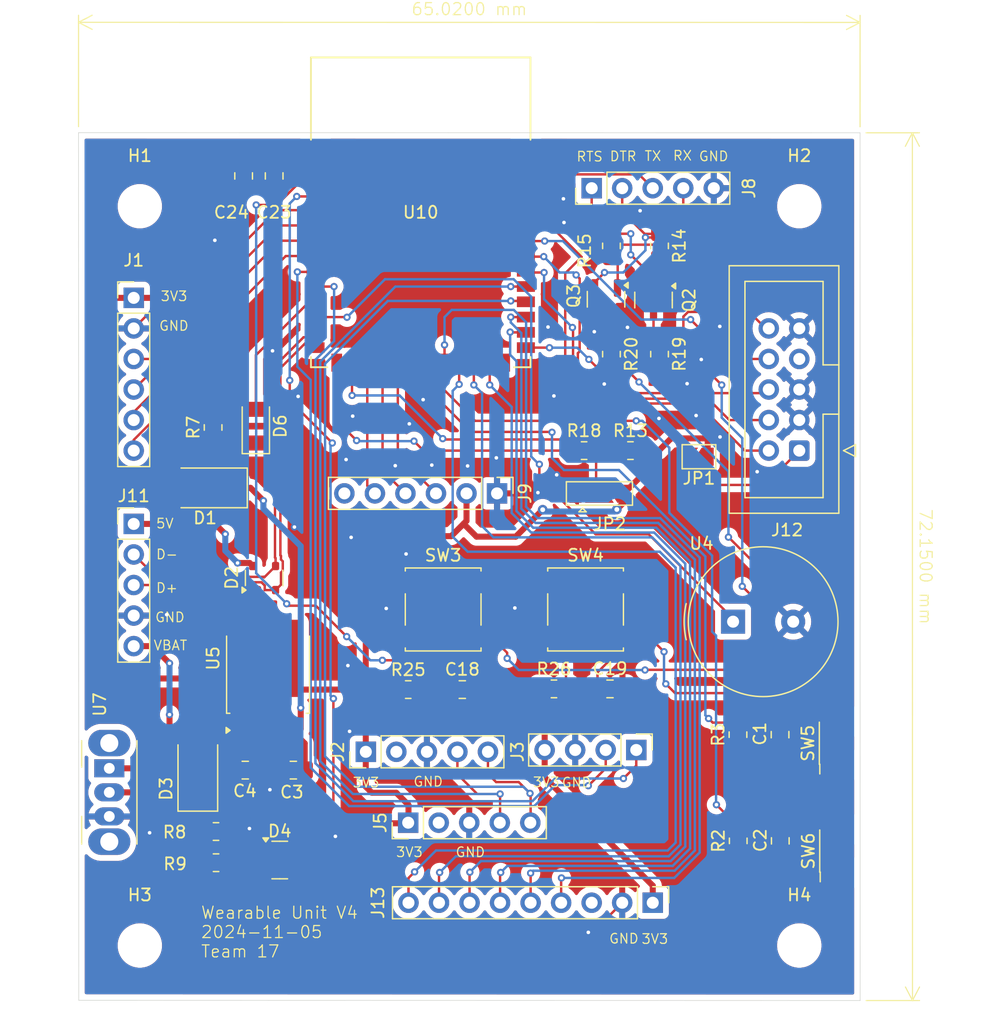
<source format=kicad_pcb>
(kicad_pcb (version 20240108) (generator "pcbnew") (generator_version "8.0")
  (layers (0 "F.Cu" signal) (31 "B.Cu" signal) (34 "B.Paste" user) (35 "F.Paste" user) (36 "B.SilkS" user "B.Silkscreen") (37 "F.SilkS" user "F.Silkscreen") (38 "B.Mask" user) (39 "F.Mask" user) (44 "Edge.Cuts" user))
  (net 0 "")
  (net 1 "/BUTTON_1")
  (net 2 "GND")
  (net 3 "/BUTTON_2")
  (net 4 "/REG_IN")
  (net 5 "+3V3")
  (net 6 "/CHIP_PU")
  (net 7 "/GPIO0_STRAPPING")
  (net 8 "/D-")
  (net 9 "+5V")
  (net 10 "/D+")
  (net 11 "/VBAT_SENSE")
  (net 12 "/LED")
  (net 13 "Net-(D6-K)")
  (net 14 "/TX")
  (net 15 "/RTS")
  (net 16 "/RX")
  (net 17 "/DTR")
  (net 18 "/GPIO15")
  (net 19 "/GPIO6")
  (net 20 "/GPIO7")
  (net 21 "/GPIO5")
  (net 22 "/MTCK")
  (net 23 "Net-(J12-VTref)")
  (net 24 "/MTDI")
  (net 26 "/MTMS")
  (net 27 "/MTDO")
  (net 28 "Net-(JP2-C)")
  (net 29 "Net-(Q2-B)")
  (net 30 "Net-(Q2-C)")
  (net 31 "Net-(Q3-B)")
  (net 32 "Net-(Q3-C)")
  (net 33 "/GPIO46_STRAPPING")
  (net 34 "/GPIO3_STRAPPING")
  (net 35 "/BUZZER")
  (net 36 "/HR_LO-")
  (net 37 "/LORA_CS")
  (net 38 "/HR_OUTPUT")
  (net 39 "/LORA_SCK")
  (net 40 "/I_M_2")
  (net 41 "/I_M_1")
  (net 42 "/LORA_G0")
  (net 43 "/LORA_MISO")
  (net 44 "/LORA_RST")
  (net 45 "/HR_L0+")
  (net 46 "/6DOF_SDA")
  (net 47 "/LORA_MOSI")
  (net 48 "/GPIO45_STRAPPING")
  (net 49 "/6DOF_SCL")
  (net 52 "Net-(J11-BAT)")
  (net 53 "Net-(SW6-1*)")
  (net 54 "Net-(SW5-1*)")
  (net 55 "/GPS_TX")
  (net 56 "/GPS_RX")
  (net 59 "/VBAT")
  (footprint "Package_TO_SOT_SMD:SOT-23" (layer "F.Cu") (at 116.3969 62.1538 -90)
    (property "Reference" "Q2")
    (property "Value" "SS8050-G")
  )
  (footprint "Button_Switch_SMD:SW_SPST_B3S-1000" (layer "F.Cu") (at 110.744 87.884)
    (property "Reference" "SW4")
    (property "Value" "SW_Push")
  )
  (footprint "Diode_SMD:D_SMA" (layer "F.Cu") (at 78.486 101.1428 90)
    (property "Reference" "D3")
    (property "Value" "D_Schottky")
  )
  (footprint "Resistor_SMD:R_0805_2012Metric_Pad1.20x1.40mm_HandSolder" (layer "F.Cu") (at 116.8969 57.6538 -90)
    (property "Reference" "R14")
    (property "Value" "10k")
  )
  (footprint "Resistor_SMD:R_0805_2012Metric_Pad1.20x1.40mm_HandSolder" (layer "F.Cu") (at 80.0006 108.9406)
    (property "Reference" "R9")
    (property "Value" "10k")
  )
  (footprint "Connector_PinHeader_2.54mm:PinHeader_1x05_P2.54mm_Vertical" (layer "F.Cu") (at 95.9866 105.6132 90)
    (property "Reference" "J5")
    (property "Value" "6DoF_interface_connectors")
  )
  (footprint "Resistor_SMD:R_0805_2012Metric_Pad1.20x1.40mm_HandSolder" (layer "F.Cu") (at 79.9975 106.347)
    (property "Reference" "R8")
    (property "Value" "100k")
  )
  (footprint "MountingHole:MountingHole_3.2mm_M3" (layer "F.Cu") (at 128.524 115.824)
    (property "Reference" "H4")
    (property "Value" "MountingHole")
  )
  (footprint "Resistor_SMD:R_0805_2012Metric_Pad1.20x1.40mm_HandSolder" (layer "F.Cu") (at 95.9895 94.546)
    (property "Reference" "R25")
    (property "Value" "100k")
  )
  (footprint "Button_Switch_THT:SW_Slide_SPDT_Angled_CK_OS102011MA1Q" (layer "F.Cu") (at 71.12 101.092 -90)
    (property "Reference" "U7")
    (property "Value" "ON-OFF switch")
  )
  (footprint "Capacitor_SMD:C_0805_2012Metric_Pad1.18x1.45mm_HandSolder" (layer "F.Cu") (at 112.776 94.488)
    (property "Reference" "C19")
    (property "Value" "1u")
  )
  (footprint "Connector_PinHeader_2.54mm:PinHeader_1x06_P2.54mm_Vertical" (layer "F.Cu") (at 103.378 78.232 -90)
    (property "Reference" "J9")
    (property "Value" "heartrate_interface_connectors")
  )
  (footprint "Connector_PinHeader_2.54mm:PinHeader_1x05_P2.54mm_Vertical" (layer "F.Cu") (at 92.461 99.7204 90)
    (property "Reference" "J2")
    (property "Value" "temp_interface_connectors")
  )
  (footprint "Connector_IDC:IDC-Header_2x05_P2.54mm_Vertical" (layer "F.Cu") (at 128.524 74.676 180)
    (property "Reference" "J12")
    (property "Value" "Conn_ARM_JTAG_SWD_10")
  )
  (footprint "local_footprints:ESP32-S3-WROOM-1_EXP" (layer "F.Cu") (at 97.028 54.864)
    (property "Reference" "U10")
    (property "Value" "ESP32-S3-WROOM-1-N16R2")
  )
  (footprint "Diode_SMD:D_SMA" (layer "F.Cu") (at 79.089 77.7748 180)
    (property "Reference" "D1")
    (property "Value" "D_Schottky")
  )
  (footprint "Resistor_SMD:R_0805_2012Metric_Pad1.20x1.40mm_HandSolder" (layer "F.Cu") (at 79.756 72.752 90)
    (property "Reference" "R7")
    (property "Value" "220")
  )
  (footprint "Resistor_SMD:R_0805_2012Metric_Pad1.20x1.40mm_HandSolder" (layer "F.Cu") (at 112.8969 57.6538 -90)
    (property "Reference" "R15")
    (property "Value" "10k")
  )
  (footprint "Button_Switch_SMD:SW_SPST_EVQP7A" (layer "F.Cu") (at 131.741 99.0058 90)
    (property "Reference" "SW5")
    (property "Value" "function button")
  )
  (footprint "Capacitor_SMD:C_0805_2012Metric_Pad1.18x1.45mm_HandSolder" (layer "F.Cu") (at 126.944 107.124 -90)
    (property "Reference" "C2")
    (property "Value" "1uF")
  )
  (footprint "Resistor_SMD:R_0805_2012Metric_Pad1.20x1.40mm_HandSolder" (layer "F.Cu") (at 112.8969 66.6538 -90)
    (property "Reference" "R20")
    (property "Value" "10k")
  )
  (footprint "Jumper:SolderJumper-2_P1.3mm_Open_TrianglePad1.0x1.5mm" (layer "F.Cu") (at 120.179 75.184 180)
    (property "Reference" "JP1")
    (property "Value" "SolderJumper_2_Open")
  )
  (footprint "Connector_PinHeader_2.54mm:PinHeader_1x06_P2.54mm_Vertical" (layer "F.Cu") (at 73.152 61.976)
    (property "Reference" "J1")
    (property "Value" "Conn_01x06")
  )
  (footprint "Package_TO_SOT_SMD:TO-252-3_TabPin2" (layer "F.Cu") (at 84.328 93.208 90)
    (property "Reference" "U5")
    (property "Value" "3.3V regulator")
  )
  (footprint "MountingHole:MountingHole_3.2mm_M3" (layer "F.Cu") (at 73.66 115.824)
    (property "Reference" "H3")
    (property "Value" "MountingHole")
  )
  (footprint "Button_Switch_SMD:SW_SPST_EVQP7A" (layer "F.Cu") (at 131.775 107.972 90)
    (property "Reference" "SW6")
    (property "Value" "function button")
  )
  (footprint "Buzzer_Beeper:Buzzer_TDK_PS1240P02BT_D12.2mm_H6.5mm" (layer "F.Cu") (at 123.016 88.9)
    (property "Reference" "U4")
    (property "Value" "PS1440P02BT")
  )
  (footprint "Resistor_SMD:R_0805_2012Metric_Pad1.20x1.40mm_HandSolder" (layer "F.Cu") (at 110.6215 74.676)
    (property "Reference" "R18")
    (property "Value" "1k")
  )
  (footprint "Capacitor_SMD:C_0805_2012Metric_Pad1.18x1.45mm_HandSolder" (layer "F.Cu") (at 82.296 51.8375 90)
    (property "Reference" "C24")
    (property "Value" "100n")
  )
  (footprint "Jumper:SolderJumper-3_P2.0mm_Open_TrianglePad1.0x1.5mm" (layer "F.Cu") (at 111.8965 78.266)
    (property "Reference" "JP2")
    (property "Value" "SolderJumper_3_Open")
  )
  (footprint "Resistor_SMD:R_0805_2012Metric_Pad1.20x1.40mm_HandSolder" (layer "F.Cu") (at 114.4778 74.676)
    (property "Reference" "R13")
    (property "Value" "1k")
  )
  (footprint "MountingHole:MountingHole_3.2mm_M3" (layer "F.Cu") (at 73.66 54.356)
    (property "Reference" "H1")
    (property "Value" "MountingHole")
  )
  (footprint "LED_SMD:LED_1206_3216Metric" (layer "F.Cu") (at 83.312 72.644 90)
    (property "Reference" "D6")
    (property "Value" "Status LED")
  )
  (footprint "Resistor_SMD:R_0805_2012Metric_Pad1.20x1.40mm_HandSolder" (layer "F.Cu") (at 116.8969 66.6538 -90)
    (property "Reference" "R19")
    (property "Value" "10k")
  )
  (footprint "Connector_PinHeader_2.54mm:PinHeader_1x09_P2.54mm_Vertical" (layer "F.Cu") (at 116.332 112.268 -90)
    (property "Reference" "J13")
    (property "Value" "LoRa_interface_connectors")
  )
  (footprint "Connector_PinHeader_2.54mm:PinHeader_1x05_P2.54mm_Vertical" (layer "F.Cu") (at 73.152 80.772)
    (property "Reference" "J11")
    (property "Value" "charger_interface_connectors")
  )
  (footprint "Resistor_SMD:R_0805_2012Metric_Pad1.20x1.40mm_HandSolder" (layer "F.Cu") (at 108.1135 94.488)
    (property "Reference" "R26")
    (property "Value" "100k")
  )
  (footprint "Resistor_SMD:R_0805_2012Metric_Pad1.20x1.40mm_HandSolder" (layer "F.Cu") (at 123.4238 98.2933 90)
    (property "Reference" "R3")
    (property "Value" "10k")
  )
  (footprint "MountingHole:MountingHole_3.2mm_M3" (layer "F.Cu") (at 128.524 54.356)
    (property "Reference" "H2")
    (property "Value" "MountingHole")
  )
  (footprint "Resistor_SMD:R_0805_2012Metric_Pad1.20x1.40mm_HandSolder" (layer "F.Cu") (at 123.444 107.124 90)
    (property "Reference" "R2")
    (property "Value" "10k")
  )
  (footprint "Connector_PinHeader_2.54mm:PinHeader_1x05_P2.54mm_Vertical" (layer "F.Cu") (at 111.252 52.8574 90)
    (property "Reference" "J8")
    (property "Value" "Conn_01x05_Female")
  )
  (footprint "Button_Switch_SMD:SW_SPST_B3S-1000" (layer "F.Cu") (at 98.896 87.884)
    (property "Reference" "SW3")
    (property "Value" "SW_Push")
  )
  (footprint "Package_TO_SOT_SMD:SOT-23" (layer "F.Cu") (at 112.4469 62.0913 -90)
    (property "Reference" "Q3")
    (property "Value" "SS8050-G")
  )
  (footprint "Capacitor_SMD:C_0805_2012Metric_Pad1.18x1.45mm_HandSolder" (layer "F.Cu") (at 82.43175 101.243 180)
    (property "Reference" "C4")
    (property "Value" "22uF")
  )
  (footprint "Capacitor_SMD:C_0805_2012Metric_Pad1.18x1.45mm_HandSolder" (layer "F.Cu") (at 100.4895 94.546)
    (property "Reference" "C18")
    (property "Value" "1u")
  )
  (footprint "Capacitor_SMD:C_0805_2012Metric_Pad1.18x1.45mm_HandSolder" (layer "F.Cu") (at 84.836 51.8375 90)
    (property "Reference" "C23")
    (property "Value" "10u")
  )
  (footprint "Package_TO_SOT_SMD:SOT-23" (layer "F.Cu") (at 85.3 108.7175)
    (property "Reference" "D4")
    (property "Value" "BAT54S")
  )
  (footprint "Package_TO_SOT_SMD:SOT-143" (layer "F.Cu") (at 84.003 85.273 90)
    (property "Reference" "D2")
    (property "Value" "SP0503BAHT")
  )
  (footprint "Capacitor_SMD:C_0805_2012Metric_Pad1.18x1.45mm_HandSolder" (layer "F.Cu") (at 126.9238 98.2933 -90)
    (property "Reference" "C1")
    (property "Value" "1uF")
  )
  (footprint "Connector_PinHeader_2.54mm:PinHeader_1x04_P2.54mm_Vertical" (layer "F.Cu") (at 114.9604 99.568 -90)
    (property "Reference" "J3")
    (property "Value" "gps_interface_connectors")
  )
  (footprint "Capacitor_SMD:C_0805_2012Metric_Pad1.18x1.45mm_HandSolder" (layer "F.Cu") (at 86.43175 101.243 180)
    (property "Reference" "C3")
    (property "Value" "10uF")
  )
  (gr_line (start 74.168 61.976) (end 73.152 62.484) (stroke (width 0.2)) (layer "F.Cu") (net 5))
  (gr_line (start 133.58 48.25) (end 133.59 120.4) (stroke (width 0.05)) (layer "Edge.Cuts"))
  (gr_line (start 68.58 120.38) (end 68.56 48.24) (stroke (width 0.05)) (layer "Edge.Cuts"))
  (gr_line (start 133.59 120.4) (end 68.58 120.38) (stroke (width 0.05)) (layer "Edge.Cuts"))
  (gr_line (start 68.56 48.24) (end 133.58 48.25) (stroke (width 0.05)) (layer "Edge.Cuts"))
  (gr_text "3V3" (at 115.3414 115.7478 0) (layer "F.SilkS") (effects (font (size 0.8 0.8) (thickness 0.1)) (justify left bottom)))
  (gr_text "GND\n" (at 99.8728 108.5342 0) (layer "F.SilkS") (effects (font (size 0.8 0.8) (thickness 0.1)) (justify left bottom)))
  (gr_text "GND\n" (at 75.2094 64.77 0) (layer "F.SilkS") (effects (font (size 0.8 0.8) (thickness 0.1)) (justify left bottom)))
  (gr_text "RTS" (at 109.9312 50.6984 0) (layer "F.SilkS") (effects (font (size 0.8 0.8) (thickness 0.1)) (justify left bottom)))
  (gr_text "RX" (at 117.9576 50.6222 0) (layer "F.SilkS") (effects (font (size 0.8 0.8) (thickness 0.1)) (justify left bottom)))
  (gr_text "Wearable Unit V4\n2024-11-05\nTeam 17" (at 78.69 116.9 0) (layer "F.SilkS") (effects (font (size 1 1) (thickness 0.1)) (justify left bottom)))
  (gr_text "DTR\n" (at 112.6998 50.673 0) (layer "F.SilkS") (effects (font (size 0.8 0.8) (thickness 0.1)) (justify left bottom)))
  (gr_text "TX" (at 115.5954 50.6476 0) (layer "F.SilkS") (effects (font (size 0.8 0.8) (thickness 0.1)) (justify left bottom)))
  (gr_text "3V3" (at 94.9198 108.5342 0) (layer "F.SilkS") (effects (font (size 0.8 0.8) (thickness 0.1)) (justify left bottom)))
  (gr_text "GND\n" (at 120.1166 50.673 0) (layer "F.SilkS") (effects (font (size 0.8 0.8) (thickness 0.1)) (justify left bottom)))
  (gr_text "GND\n" (at 112.649 115.7224 0) (layer "F.SilkS") (effects (font (size 0.8 0.8) (thickness 0.1)) (justify left bottom)))
  (gr_text "D+" (at 74.9554 86.5632 0) (layer "F.SilkS") (effects (font (size 0.8 0.8) (thickness 0.1)) (justify left bottom)))
  (gr_text "GND\n" (at 108.712 102.743 0) (layer "F.SilkS") (effects (font (size 0.8 0.8) (thickness 0.1)) (justify left bottom)))
  (gr_text "VBAT" (at 74.7522 91.3384 0) (layer "F.SilkS") (effects (font (size 0.8 0.8) (thickness 0.1)) (justify left bottom)))
  (gr_text "GND\n" (at 96.3676 102.6668 0) (layer "F.SilkS") (effects (font (size 0.8 0.8) (thickness 0.1)) (justify left bottom)))
  (gr_text "D-\n" (at 74.9554 83.7692 0) (layer "F.SilkS") (effects (font (size 0.8 0.8) (thickness 0.1)) (justify left bottom)))
  (gr_text "3V3" (at 106.299 102.7176 0) (layer "F.SilkS") (effects (font (size 0.8 0.8) (thickness 0.1)) (justify left bottom)))
  (gr_text "5V" (at 74.9554 81.2038 0) (layer "F.SilkS") (effects (font (size 0.8 0.8) (thickness 0.1)) (justify left bottom)))
  (gr_text "3V3" (at 91.313 102.743 0) (layer "F.SilkS") (effects (font (size 0.8 0.8) (thickness 0.1)) (justify left bottom)))
  (gr_text "3V3" (at 75.3364 62.3062 0) (layer "F.SilkS") (effects (font (size 0.8 0.8) (thickness 0.1)) (justify left bottom)))
  (gr_text "GND\n" (at 74.8792 89.0016 0) (layer "F.SilkS") (effects (font (size 0.8 0.8) (thickness 0.1)) (justify left bottom)))
  (dimension (type aligned) (layer "F.SilkS") (pts (xy 68.56 48.24) (xy 133.58 48.25)) (height -9.175274) (gr_text "65.0200 mm" (at 101.07158 37.969726 359.991188) (layer "F.SilkS") (effects (font (size 1 1) (thickness 0.1)))) (format (prefix "") (suffix "") (units 3) (units_format 1) (precision 4)) (style (thickness 0.1) (arrow_length 1.27) (text_position_mode 0) (extension_height 0.58642) (extension_offset 0.5) keep_text_aligned))
  (dimension (type aligned) (layer "F.SilkS") (pts (xy 133.58 48.25) (xy 133.59 120.4)) (height -4.351751) (gr_text "72.1500 mm" (at 139.036751 84.324245 270.0079412) (layer "F.SilkS") (effects (font (size 1 1) (thickness 0.1)))) (format (prefix "") (suffix "") (units 3) (units_format 1) (precision 4)) (style (thickness 0.1) (arrow_length 1.27) (text_position_mode 0) (extension_height 0.58642) (extension_offset 0.5) keep_text_aligned))
  (segment (start 120.9802 96.9518) (end 121.3217 97.2933) (width 0.2) (layer "F.Cu") (net 1))
  (segment (start 121.3217 97.2933) (end 123.4238 97.2933) (width 0.2) (layer "F.Cu") (net 1))
  (segment (start 107.95 73.15) (end 107.92 73.12) (width 0.2) (layer "F.Cu") (net 1))
  (segment (start 96.393 68.3133) (end 96.393 67.364) (width 0.2) (layer "F.Cu") (net 1))
  (segment (start 101.1997 73.12) (end 96.393 68.3133) (width 0.2) (layer "F.Cu") (net 1))
  (segment (start 107.92 73.12) (end 101.1997 73.12) (width 0.2) (layer "F.Cu") (net 1))
  (segment (start 123.4238 97.2933) (end 126.8863 97.2933) (width 0.2) (layer "F.Cu") (net 1))
  (segment (start 126.8863 97.2933) (end 126.9238 97.2558) (width 0.2) (layer "F.Cu") (net 1))
  (via (at 120.9802 96.9518) (size 0.6) (drill 0.3) (layers "F.Cu" "B.Cu") (net 1))
  (via (at 107.95 73.15) (size 0.6) (drill 0.3) (layers "F.Cu" "B.Cu") (net 1))
  (segment (start 113.516918 76.29) (end 108.95 76.29) (width 0.2) (layer "B.Cu") (net 1))
  (segment (start 120.71 96.6816) (end 120.71 83.483082) (width 0.2) (layer "B.Cu") (net 1))
  (segment (start 107.95 75.29) (end 107.95 73.15) (width 0.2) (layer "B.Cu") (net 1))
  (segment (start 120.71 83.483082) (end 113.516918 76.29) (width 0.2) (layer "B.Cu") (net 1))
  (segment (start 108.95 76.29) (end 107.95 75.29) (width 0.2) (layer "B.Cu") (net 1))
  (segment (start 120.9802 96.9518) (end 120.71 96.6816) (width 0.2) (layer "B.Cu") (net 1))
  (segment (start 71.12 105.092) (end 73.1134 105.092) (width 0.5) (layer "F.Cu") (net 2))
  (segment (start 103.378 80.252) (end 103.35 80.28) (width 0.2) (layer "F.Cu") (net 2))
  (segment (start 101.092 105.664) (end 101.092 107.242) (width 0.2) (layer "F.Cu") (net 2))
  (segment (start 84.836 49.556) (end 84.82 49.54) (width 0.2) (layer "F.Cu") (net 2))
  (segment (start 73.152 64.516) (end 74.308 63.36) (width 0.2) (layer "F.Cu") (net 2))
  (segment (start 103.378 78.232) (end 103.378 76.138) (width 0.2) (layer "F.Cu") (net 2))
  (segment (start 103.378 76.138) (end 103.37 76.13) (width 0.2) (layer "F.Cu") (net 2))
  (segment (start 111.3282 114.7318) (end 110.9726 114.7318) (width 0.2) (layer "F.Cu") (net 2))
  (segment (start 82.296 49.524) (end 82.3 49.52) (width 0.2) (layer "F.Cu") (net 2))
  (segment (start 82.296 50.8) (end 82.296 49.524) (width 0.2) (layer "F.Cu") (net 2))
  (segment (start 84.836 50.8) (end 84.836 49.556) (width 0.2) (layer "F.Cu") (net 2))
  (segment (start 103.378 78.232) (end 103.378 80.252) (width 0.2) (layer "F.Cu") (net 2))
  (segment (start 109.7788 99.568) (end 109.7788 100.365729) (width 0.2) (layer "F.Cu") (net 2))
  (segment (start 101.092 107.242) (end 101.1 107.25) (width 0.2) (layer "F.Cu") (net 2))
  (segment (start 83.253 86.273) (end 82.046 87.48) (width 0.2) (layer "F.Cu") (net 2))
  (segment (start 81.39425 101.243) (end 83.02125 102.87) (width 0.2) (layer "F.Cu") (net 2))
  (segment (start 85.39425 101.95615) (end 84.4804 102.87) (width 0.2) (layer "F.Cu") (net 2))
  (segment (start 73.1134 105.092) (end 74.4728 106.4514) (width 0.5) (layer "F.Cu") (net 2))
  (segment (start 74.308 63.36) (end 75.34 63.36) (width 0.2) (layer "F.Cu") (net 2))
  (segment (start 85.39425 101.243) (end 85.39425 101.95615) (width 0.2) (layer "F.Cu") (net 2))
  (segment (start 73.152 88.392) (end 75.819 88.392) (width 0.5) (layer "F.Cu") (net 2))
  (segment (start 75.819 88.392) (end 75.8952 88.3158) (width 0.5) (layer "F.Cu") (net 2))
  (segment (start 82.046 87.48) (end 82.02 87.48) (width 0.2) (layer "F.Cu") (net 2))
  (segment (start 83.02125 102.87) (end 84.4804 102.87) (width 0.2) (layer "F.Cu") (net 2))
  (segment (start 113.792 112.268) (end 111.3282 114.7318) (width 0.2) (layer "F.Cu") (net 2))
  (via (at 97.95 75.88) (size 0.6) (drill 0.3) (layers "F.Cu" "B.Cu") (net 2))
  (via (at 79.9 57.19) (size 0.6) (drill 0.3) (layers "F.Cu" "B.Cu") (net 2))
  (via (at 90.82 75.42) (size 0.6) (drill 0.3) (layers "F.Cu" "B.Cu") (net 2))
  (via (at 75.8952 88.3158) (size 0.6) (drill 0.3) (layers "F.Cu" "B.Cu") (net 2))
  (via (at 82.78 106.1) (size 0.6) (drill 0.3) (layers "F.Cu" "B.Cu") (net 2))
  (via (at 108.34 76.69) (size 0.6) (drill 0.3) (layers "F.Cu" "B.Cu") (net 2))
  (via (at 121.93 73.54) (size 0.6) (drill 0.3) (layers "F.Cu" "B.Cu") (net 2))
  (via (at 91.24 81.89) (size 0.6) (drill 0.3) (layers "F.Cu" "B.Cu") (net 2))
  (via (at 120.37 67.1) (size 0.6) (drill 0.3) (layers "F.Cu" "B.Cu") (net 2))
  (via (at 108.95 55.71) (size 0.6) (drill 0.3) (layers "F.Cu" "B.Cu") (net 2))
  (via (at 108.11 70.13) (size 0.6) (drill 0.3) (layers "F.Cu" "B.Cu") (net 2))
  (via (at 90.97 92.55) (size 0.6) (drill 0.3) (layers "F.Cu" "B.Cu") (net 2))
  (via (at 91.11 98.02) (size 0.6) (drill 0.3) (layers "F.Cu" "B.Cu") (net 2))
  (via (at 84.7 66.38) (size 0.6) (drill 0.3) (layers "F.Cu" "B.Cu") (net 2))
  (via (at 94.91 75.93) (size 0.6) (drill 0.3) (layers "F.Cu" "B.Cu") (net 2))
  (via (at 103.32 75.276) (size 0.6) (drill 0.3) (layers "F.Cu" "B.Cu") (net 2))
  (via (at 112.3 69.14) (size 0.6) (drill 0.3) (layers "F.Cu" "B.Cu") (net 2))
  (via (at 95.81 83.27) (size 0.6) (drill 0.3) (layers "F.Cu" "B.Cu") (net 2))
  (via (at 97.23 70.44) (size 0.6) (drill 0.3) (layers "F.Cu" "B.Cu") (net 2))
  (via (at 94.16 87.8) (size 0.6) (drill 0.3) (layers "F.Cu" "B.Cu") (net 2))
  (via (at 125.02 76.43) (size 0.6) (drill 0.3) (layers "F.Cu" "B.Cu") (net 2))
  (via (at 119.19 69.11) (size 0.6) (drill 0.3) (layers "F.Cu" "B.Cu") (net 2))
  (via (at 116.85 72) (size 0.6) (drill 0.3) (layers "F.Cu" "B.Cu") (net 2))
  (via (at 86.52 81.03) (size 0.6) (drill 0.3) (layers "F.Cu" "B.Cu") (net 2))
  (via (at 115.28 54.73) (size 0.6) (drill 0.3) (layers "F.Cu" "B.Cu") (net 2))
  (via (at 110.9726 114.7318) (size 0.6) (drill 0.3) (layers "F.Cu" "B.Cu") (net 2))
  (via (at 89.93 106.75) (size 0.6) (drill 0.3) (layers "F.Cu" "B.Cu") (net 2))
  (via (at 106.78 78.17) (size 0.6) (drill 0.3) (layers "F.Cu" "B.Cu") (net 2))
  (via (at 91.37 71.81) (size 0.6) (drill 0.3) (layers "F.Cu" "B.Cu") (net 2))
  (via (at 114.23 64.43) (size 0.6) (drill 0.3) (layers "F.Cu" "B.Cu") (net 2))
  (via (at 74.4728 106.4514) (size 0.6) (drill 0.3) (layers "F.Cu" "B.Cu") (net 2))
  (via (at 111.47 64.79) (size 0.6) (drill 0.3) (layers "F.Cu" "B.Cu") (net 2))
  (via (at 107.62 64.4) (size 0.6) (drill 0.3) (layers "F.Cu" "B.Cu") (net 2))
  (via (at 100.93 75.95) (size 0.6) (drill 0.3) (layers "F.Cu" "B.Cu") (net 2))
  (via (at 86.83 70.17) (size 0.6) (drill 0.3) (layers "F.Cu" "B.Cu") (net 2))
  (via (at 119.94 71.76) (size 0.6) (drill 0.3) (layers "F.Cu" "B.Cu") (net 2))
  (via (at 108.9 53.74) (size 0.6) (drill 0.3) (layers "F.Cu" "B.Cu") (net 2))
  (via (at 121.91 64.35) (size 0.6) (drill 0.3) (layers "F.Cu" "B.Cu") (net 2))
  (via (at 84.4804 102.87) (size 0.6) (drill 0.3) (layers "F.Cu" "B.Cu") (net 2))
  (via (at 104.86 87.76) (size 0.6) (drill 0.3) (layers "F.Cu" "B.Cu") (net 2))
  (via (at 96.08 72.45) (size 0.6) (drill 0.3) (layers "F.Cu" "B.Cu") (net 2))
  (segment (start 123.444 106.124) (end 126.9065 106.124) (width 0.2) (layer "F.Cu") (net 3))
  (segment (start 126.9065 106.124) (end 126.944 106.0865) (width 0.2) (layer "F.Cu") (net 3))
  (segment (start 97.663 68.3133) (end 101.5497 72.2) (width 0.2) (layer "F.Cu") (net 3))
  (segment (start 97.663 67.364) (end 97.663 68.3133) (width 0.2) (layer "F.Cu") (net 3))
  (segment (start 101.5497 72.2) (end 114.96 72.2) (width 0.2) (layer "F.Cu") (net 3))
  (segment (start 123.444 105.934) (end 123.444 106.124) (width 0.2) (layer "F.Cu") (net 3))
  (segment (start 121.63 104.12) (end 123.444 105.934) (width 0.2) (layer "F.Cu") (net 3))
  (via (at 114.96 72.2) (size 0.6) (drill 0.3) (layers "F.Cu" "B.Cu") (net 3))
  (via (at 121.63 104.12) (size 0.6) (drill 0.3) (layers "F.Cu" "B.Cu") (net 3))
  (segment (start 121.6 90.06) (end 121.6 103.5) (width 0.2) (layer "B.Cu") (net 3))
  (segment (start 117.71 74.44) (end 117.71 79.85) (width 0.2) (layer "B.Cu") (net 3))
  (segment (start 117.71 79.85) (end 121.27 83.41) (width 0.2) (layer "B.Cu") (net 3))
  (segment (start 121.27 83.41) (end 121.27 89.73) (width 0.2) (layer "B.Cu") (net 3))
  (segment (start 121.27 89.73) (end 121.6 90.06) (width 0.2) (layer "B.Cu") (net 3))
  (segment (start 114.96 72.2) (end 115.47 72.2) (width 0.2) (layer "B.Cu") (net 3))
  (segment (start 121.6 104.09) (end 121.63 104.12) (width 0.2) (layer "B.Cu") (net 3))
  (segment (start 121.6 103.5) (end 121.6 104.09) (width 0.2) (layer "B.Cu") (net 3))
  (segment (start 115.47 72.2) (end 117.71 74.44) (width 0.2) (layer "B.Cu") (net 3))
  (segment (start 87.376 99.016) (end 87.376 101.14975) (width 0.5) (layer "F.Cu") (net 4))
  (segment (start 86.4362 104.0638) (end 87.46925 103.03075) (width 0.5) (layer "F.Cu") (net 4))
  (segment (start 86.608 98.248) (end 87.376 99.016) (width 0.5) (layer "F.Cu") (net 4))
  (segment (start 87.0458 96.0628) (end 87.0458 97.8102) (width 0.5) (layer "F.Cu") (net 4))
  (segment (start 87.0458 97.8102) (end 86.608 98.248) (width 0.5) (layer "F.Cu") (net 4))
  (segment (start 87.46925 103.03075) (end 87.46925 101.243) (width 0.5) (layer "F.Cu") (net 4))
  (segment (start 79.407 104.0638) (end 86.4362 104.0638) (width 0.5) (layer "F.Cu") (net 4))
  (segment (start 78.486 103.1428) (end 79.407 104.0638) (width 0.5) (layer "F.Cu") (net 4))
  (segment (start 82.8732 77.7748) (end 83.94 78.8416) (width 0.5) (layer "F.Cu") (net 4))
  (segment (start 87.376 101.14975) (end 87.46925 101.243) (width 0.5) (layer "F.Cu") (net 4))
  (segment (start 81.089 77.7748) (end 82.8732 77.7748) (width 0.5) (layer "F.Cu") (net 4))
  (via (at 83.94 78.8416) (size 0.6) (drill 0.3) (layers "F.Cu" "B.Cu") (net 4))
  (via (at 87.0458 96.0628) (size 0.6) (drill 0.3) (layers "F.Cu" "B.Cu") (net 4))
  (segment (start 87.0458 82.616461) (end 87.0458 96.0628) (width 0.5) (layer "B.Cu") (net 4))
  (segment (start 83.94 78.8416) (end 83.94 79.510661) (width 0.5) (layer "B.Cu") (net 4))
  (segment (start 83.94 79.510661) (end 87.0458 82.616461) (width 0.5) (layer "B.Cu") (net 4))
  (segment (start 96.012 96.52) (end 106.172 96.52) (width 0.5) (layer "F.Cu") (net 5))
  (segment (start 94.996 103.124) (end 96.012 104.14) (width 0.5) (layer "F.Cu") (net 5))
  (segment (start 84.3625 109.6675) (end 84.425 109.73) (width 0.5) (layer "F.Cu") (net 5))
  (segment (start 115.4778 74.676) (end 115.4778 76.6847) (width 0.5) (layer "F.Cu") (net 5))
  (segment (start 107.176918 79.5894) (end 104.936318 81.83) (width 0.5) (layer "F.Cu") (net 5))
  (segment (start 104.936318 81.83) (end 101.67 81.83) (width 0.5) (layer "F.Cu") (net 5))
  (segment (start 99.568 81.788) (end 100.598 80.758) (width 0.5) (layer "F.Cu") (net 5))
  (segment (start 86.837 50.874) (end 84.836 52.875) (width 0.5) (layer "F.Cu") (net 5))
  (segment (start 107.3404 95.6564) (end 107.3404 99.568) (width 0.5) (layer "F.Cu") (net 5))
  (segment (start 78.232 59.3598) (end 78.232 54.864) (width 0.5) (layer "F.Cu") (net 5))
  (segment (start 92.456 102.616) (end 92.964 103.124) (width 0.5) (layer "F.Cu") (net 5))
  (segment (start 107.1135 95.5785) (end 107.1135 94.488) (width 0.5) (layer "F.Cu") (net 5))
  (segment (start 84.328 98.248) (end 84.328 95.148) (width 0.5) (layer "F.Cu") (net 5))
  (segment (start 94.9895 95.4975) (end 96.012 96.52) (width 0.5) (layer "F.Cu") (net 5))
  (segment (start 107.1135 95.4295) (end 107.3404 95.6564) (width 0.5) (layer "F.Cu") (net 5))
  (segment (start 96.012 104.14) (end 96.012 105.664) (width 0.5) (layer "F.Cu") (net 5))
  (segment (start 84.328 98.248) (end 84.328 99.568) (width 0.5) (layer "F.Cu") (net 5))
  (segment (start 106.172 96.52) (end 107.1135 95.5785) (width 0.5) (layer "F.Cu") (net 5))
  (segment (start 116.84 74.676) (end 117.856 73.66) (width 0.5) (layer "F.Cu") (net 5))
  (segment (start 92.964 103.124) (end 94.996 103.124) (width 0.5) (layer "F.Cu") (net 5))
  (segment (start 101.67 81.83) (end 100.598 80.758) (width 0.5) (layer "F.Cu") (net 5))
  (segment (start 117.856 73.66) (end 120.904 73.66) (width 0.5) (layer "F.Cu") (net 5))
  (segment (start 88.7202 109.73) (end 92.7862 105.664) (width 0.5) (layer "F.Cu") (net 5))
  (segment (start 94.9895 94.546) (end 94.9895 95.4975) (width 0.5) (layer "F.Cu") (net 5))
  (segment (start 94.9895 94.546) (end 92.456 94.546) (width 0.5) (layer "F.Cu") (net 5))
  (segment (start 73.152 61.976) (end 71.628 61.976) (width 0.5) (layer "F.Cu") (net 5))
  (segment (start 107.3404 99.568) (end 107.3404 101.854) (width 0.5) (layer "F.Cu") (net 5))
  (segment (start 84.425 109.73) (end 88.7202 109.73) (width 0.5) (layer "F.Cu") (net 5))
  (segment (start 70.612 62.992) (end 70.612 92.456) (width 0.5) (layer "F.Cu") (net 5))
  (segment (start 84.836 52.875) (end 82.296 52.875) (width 0.5) (layer "F.Cu") (net 5))
  (segment (start 100.598 80.758) (end 100.838 80.518) (width 0.5) (layer "F.Cu") (net 5))
  (segment (start 88.278 50.874) (end 86.837 50.874) (width 0.5) (layer "F.Cu") (net 5))
  (segment (start 78.232 54.864) (end 80.221 52.875) (width 0.5) (layer "F.Cu") (net 5))
  (segment (start 73.152 61.976) (end 75.6158 61.976) (width 0.5) (layer "F.Cu") (net 5))
  (segment (start 83.46925 100.42675) (end 83.46925 101.243) (width 0.5) (layer "F.Cu") (net 5))
  (segment (start 80.221 52.875) (end 82.296 52.875) (width 0.5) (layer "F.Cu") (net 5))
  (segment (start 107.3404 101.854) (end 116.332 110.8456) (width 0.5) (layer "F.Cu") (net 5))
  (segment (start 93.98 81.788) (end 99.568 81.788) (width 0.5) (layer "F.Cu") (net 5))
  (segment (start 100.838 80.518) (end 100.838 78.232) (width 0.5) (layer "F.Cu") (net 5))
  (segment (start 113.8965 78.266) (end 113.8965 79.015259) (width 0.5) (layer "F.Cu") (net 5))
  (segment (start 84.328 99.568) (end 83.46925 100.42675) (width 0.5) (layer "F.Cu") (net 5))
  (segment (start 92.456 94.546) (end 86.776 94.546) (width 0.5) (layer "F.Cu") (net 5))
  (segment (start 120.904 73.66) (end 120.904 75.184) (width 0.5) (layer "F.Cu") (net 5))
  (segment (start 84.328 95.148) (end 85.853 93.623) (width 0.5) (layer "F.Cu") (net 5))
  (segment (start 77.13 93.623) (end 82.803 93.623) (width 0.5) (layer "F.Cu") (net 5))
  (segment (start 92.456 94.546) (end 92.456 102.616) (width 0.5) (layer "F.Cu") (net 5))
  (segment (start 107.1135 94.488) (end 107.1135 95.4295) (width 0.5) (layer "F.Cu") (net 5))
  (segment (start 71.628 61.976) (end 70.612 62.992) (width 0.5) (layer "F.Cu") (net 5))
  (segment (start 115.4778 76.6847) (end 113.8965 78.266) (width 0.5) (layer "F.Cu") (net 5))
  (segment (start 70.612 92.456) (end 71.779 93.623) (width 0.5) (layer "F.Cu") (net 5))
  (segment (start 115.284 74.676) (end 116.84 74.676) (width 0.5) (layer "F.Cu") (net 5))
  (segment (start 71.779 93.623) (end 77.13 93.623) (width 0.5) (layer "F.Cu") (net 5))
  (segment (start 92.456 83.312) (end 93.98 81.788) (width 0.5) (layer "F.Cu") (net 5))
  (segment (start 92.7862 105.664) (end 96.012 105.664) (width 0.5) (layer "F.Cu") (net 5))
  (segment (start 92.456 94.546) (end 92.456 83.312) (width 0.5) (layer "F.Cu") (net 5))
  (segment (start 86.776 94.546) (end 85.853 93.623) (width 0.5) (layer "F.Cu") (net 5))
  (segment (start 116.332 110.8456) (end 116.332 112.268) (width 0.5) (layer "F.Cu") (net 5))
  (segment (start 75.6158 61.976) (end 78.232 59.3598) (width 0.5) (layer "F.Cu") (net 5))
  (segment (start 113.8965 79.015259) (end 113.343595 79.568164) (width 0.5) (layer "F.Cu") (net 5))
  (via (at 107.176918 79.5894) (size 0.8) (drill 0.4) (layers "F.Cu" "B.Cu") (net 5))
  (via (at 113.343595 79.568164) (size 0.8) (drill 0.4) (layers "F.Cu" "B.Cu") (net 5))
  (segment (start 113.172359 79.7394) (end 107.17 79.7394) (width 0.5) (layer "B.Cu") (net 5))
  (segment (start 107.17 79.596318) (end 107.176918 79.5894) (width 0.5) (layer "B.Cu") (net 5))
  (segment (start 113.343595 79.568164) (end 113.172359 79.7394) (width 0.5) (layer "B.Cu") (net 5))
  (segment (start 107.17 79.7394) (end 107.17 79.596318) (width 0.5) (layer "B.Cu") (net 5))
  (segment (start 116.8969 67.6538) (end 117.6891 68.446) (width 0.2) (layer "F.Cu") (net 6))
  (segment (start 99.452 92.8768) (end 100.3046 92.0242) (width 0.2) (layer "F.Cu") (net 6))
  (segment (start 96.9895 94.546) (end 96.9895 94.3733) (width 0.2) (layer "F.Cu") (net 6))
  (segment (start 119.268071 63.1444) (end 124.3584 63.1444) (width 0.2) (layer "F.Cu") (net 6))
  (segment (start 96.9895 94.3733) (end 94.921 92.3048) (width 0.2) (layer "F.Cu") (net 6))
  (segment (start 85.058244 54.25) (end 83.34 54.25) (width 0.2) (layer "F.Cu") (net 6))
  (segment (start 125.73 90.71) (end 123.54 92.9) (width 0.2) (layer "F.Cu") (net 6))
  (segment (start 124.3584 63.1444) (end 125.73 64.516) (width 0.2) (layer "F.Cu") (net 6))
  (segment (start 115.71 92.9) (end 115.69 92.92) (width 0.2) (layer "F.Cu") (net 6))
  (segment (start 87.164244 52.144) (end 85.058244 54.25) (width 0.2) (layer "F.Cu") (net 6))
  (segment (start 121.296 68.446) (end 122.07 69.22) (width 0.2) (layer "F.Cu") (net 6))
  (segment (start 99.452 94.546) (end 99.452 92.8768) (width 0.2) (layer "F.Cu") (net 6))
  (segment (start 94.921 92.11) (end 94.921 90.134) (width 0.2) (layer "F.Cu") (net 6))
  (segment (start 118.8816 63.530871) (end 119.268071 63.1444) (width 0.2) (layer "F.Cu") (net 6))
  (segment (start 123.78 85.96) (end 125.73 87.91) (width 0.2) (layer "F.Cu") (net 6))
  (segment (start 116.8969 67.6538) (end 118.8816 65.6691) (width 0.2) (layer "F.Cu") (net 6))
  (segment (start 85.88 87.41) (end 86.04 87.57) (width 0.2) (layer "F.Cu") (net 6))
  (segment (start 125.73 87.91) (end 125.73 90.71) (width 0.2) (layer "F.Cu") (net 6))
  (segment (start 118.8816 65.6691) (end 118.8816 63.530871) (width 0.2) (layer "F.Cu") (net 6))
  (segment (start 100.9808 92.0242) (end 102.871 90.134) (width 0.2) (layer "F.Cu") (net 6))
  (segment (start 94.921 92.3048) (end 94.921 92.11) (width 0.2) (layer "F.Cu") (net 6))
  (segment (start 88.278 52.144) (end 87.164244 52.144) (width 0.2) (layer "F.Cu") (net 6))
  (segment (start 123.54 92.9) (end 115.71 92.9) (width 0.2) (layer "F.Cu") (net 6))
  (segment (start 93.84 92.11) (end 94.921 92.11) (width 0.2) (layer "F.Cu") (net 6))
  (segment (start 96.9895 94.546) (end 99.452 94.546) (width 0.2) (layer "F.Cu") (net 6))
  (segment (start 125.73 64.516) (end 125.984 64.516) (width 0.2) (layer "F.Cu") (net 6))
  (segment (start 117.6891 68.446) (end 121.296 68.446) (width 0.2) (layer "F.Cu") (net 6))
  (segment (start 86.04 87.57) (end 88.3 87.57) (width 0.2) (layer "F.Cu") (net 6))
  (segment (start 104.22 91.483) (end 102.871 90.134) (width 0.2) (layer "F.Cu") (net 6))
  (segment (start 88.3 87.57) (end 90.87 90.14) (width 0.2) (layer "F.Cu") (net 6))
  (segment (start 100.3046 92.0242) (end 100.9808 92.0242) (width 0.2) (layer "F.Cu") (net 6))
  (segment (start 104.22 91.95) (end 104.22 91.483) (width 0.2) (layer "F.Cu") (net 6))
  (via (at 104.22 91.95) (size 0.6) (drill 0.3) (layers "F.Cu" "B.Cu") (net 6))
  (via (at 123.78 85.96) (size 0.6) (drill 0.3) (layers "F.Cu" "B.Cu") (net 6))
  (via (at 83.34 54.25) (size 0.6) (drill 0.3) (layers "F.Cu" "B.Cu") (net 6))
  (via (at 115.69 92.92) (size 0.6) (drill 0.3) (layers "F.Cu" "B.Cu") (net 6))
  (via (at 93.84 92.11) (size 0.6) (drill 0.3) (layers "F.Cu" "B.Cu") (net 6))
  (via (at 122.07 69.22) (size 0.6) (drill 0.3) (layers "F.Cu" "B.Cu") (net 6))
  (via (at 85.88 87.41) (size 0.6) (drill 0.3) (layers "F.Cu" "B.Cu") (net 6))
  (via (at 90.87 90.14) (size 0.6) (drill 0.3) (layers "F.Cu" "B.Cu") (net 6))
  (segment (start 122.07 71.93) (end 123.78 73.64) (width 0.2) (layer "B.Cu") (net 6))
  (segment (start 90.87 90.14) (end 92.84 92.11) (width 0.2) (layer "B.Cu") (net 6))
  (segment (start 83.34 54.25) (end 83.34 84.87) (width 0.2) (layer "B.Cu") (net 6))
  (segment (start 92.84 92.11) (end 93.84 92.11) (width 0.2) (layer "B.Cu") (net 6))
  (segment (start 105.19 92.92) (end 104.22 91.95) (width 0.2) (layer "B.Cu") (net 6))
  (segment (start 83.34 84.87) (end 85.88 87.41) (width 0.2) (layer "B.Cu") (net 6))
  (segment (start 122.07 69.22) (end 122.07 71.93) (width 0.2) (layer "B.Cu") (net 6))
  (segment (start 123.78 73.64) (end 123.78 85.96) (width 0.2) (layer "B.Cu") (net 6))
  (segment (start 115.69 92.92) (end 105.19 92.92) (width 0.2) (layer "B.Cu") (net 6))
  (segment (start 116.004 90.134) (end 114.719 90.134) (width 0.2) (layer "F.Cu") (net 7))
  (segment (start 112.8969 67.6538) (end 113.8738 67.6538) (width 0.2) (layer "F.Cu") (net 7))
  (segment (start 129.49 85.48) (end 131.56 87.55) (width 0.2) (layer "F.Cu") (net 7))
  (segment (start 109.1135 94.488) (end 109.1135 92.4785) (width 0.2) (layer "F.Cu") (net 7))
  (segment (start 109.1135 92.4785) (end 106.769 90.134) (width 0.2) (layer "F.Cu") (net 7))
  (segment (start 131.56 87.88) (end 131.56 88.71) (width 0.2) (layer "F.Cu") (net 7))
  (segment (start 126.24 85.48) (end 129.49 85.48) (width 0.2) (layer "F.Cu") (net 7))
  (segment (start 111.7385 93.1145) (end 114.719 90.134) (width 0.2) (layer "F.Cu") (net 7))
  (segment (start 122.63 81.87) (end 126.24 85.48) (width 0.2) (layer "F.Cu") (net 7))
  (segment (start 109.1135 94.488) (end 111.7385 94.488) (width 0.2) (layer "F.Cu") (net 7))
  (segment (start 111.02 67.09) (end 111.5838 67.6538) (width 0.2) (layer "F.Cu") (net 7))
  (segment (start 105.778 66.114) (end 107.734 66.114) (width 0.2) (layer "F.Cu") (net 7))
  (segment (start 107.734 66.114) (end 107.74 66.12) (width 0.2) (layer "F.Cu") (net 7))
  (segment (start 131.56 88.71) (end 125.43 94.84) (width 0.2) (layer "F.Cu") (net 7))
  (segment (start 111.7385 94.488) (end 111.7385 93.1145) (width 0.2) (layer "F.Cu") (net 7))
  (segment (start 111.5838 67.6538) (end 112.8969 67.6538) (width 0.2) (layer "F.Cu") (net 7))
  (segment (start 113.8738 67.6538) (end 115.19 68.97) (width 0.2) (layer "F.Cu") (net 7))
  (segment (start 117.27 91.4) (end 116.004 90.134) (width 0.2) (layer "F.Cu") (net 7))
  (segment (start 125.43 94.84) (end 118.19 94.84) (width 0.2) (layer "F.Cu") (net 7))
  (segment (start 118.19 94.84) (end 117.42 94.07) (width 0.2) (layer "F.Cu") (net 7))
  (segment (start 131.56 87.55) (end 131.56 87.88) (width 0.2) (layer "F.Cu") (net 7))
  (via (at 115.19 68.97) (size 0.6) (drill 0.3) (layers "F.Cu" "B.Cu") (net 7))
  (via (at 117.42 94.07) (size 0.6) (drill 0.3) (layers "F.Cu" "B.Cu") (net 7))
  (via (at 122.63 81.87) (size 0.6) (drill 0.3) (layers "F.Cu" "B.Cu") (net 7))
  (via (at 107.74 66.12) (size 0.6) (drill 0.3) (layers "F.Cu" "B.Cu") (net 7))
  (via (at 117.27 91.4) (size 0.6) (drill 0.3) (layers "F.Cu" "B.Cu") (net 7))
  (via (at 111.02 67.09) (size 0.6) (drill 0.3) (layers "F.Cu" "B.Cu") (net 7))
  (segment (start 107.74 66.12) (end 110.05 66.12) (width 0.2) (layer "B.Cu") (net 7))
  (segment (start 110.05 66.12) (end 111.02 67.09) (width 0.2) (layer "B.Cu") (net 7))
  (segment (start 117.27 93.92) (end 117.27 91.4) (width 0.2) (layer "B.Cu") (net 7))
  (segment (start 115.19 68.97) (end 122.63 76.41) (width 0.2) (layer "B.Cu") (net 7))
  (segment (start 117.42 94.07) (end 117.27 93.92) (width 0.2) (layer "B.Cu") (net 7))
  (segment (start 122.63 76.41) (end 122.63 81.87) (width 0.2) (layer "B.Cu") (net 7))
  (segment (start 82.54001 85.17302) (end 81.890031 85.822999) (width 0.2) (layer "F.Cu") (net 8))
  (segment (start 87.5632 65.254) (end 87.2778 65.254) (width 0.2) (layer "F.Cu") (net 8))
  (segment (start 84.90502 83.566388) (end 84.953 83.614368) (width 0.2) (layer "F.Cu") (net 8))
  (segment (start 81.890031 85.822999) (end 75.662999 85.822999) (width 0.2) (layer "F.Cu") (net 8))
  (segment (start 87.9732 64.844) (end 87.5632 65.254) (width 0.2) (layer "F.Cu") (net 8))
  (segment (start 84.953 83.614368) (end 84.953 84.273) (width 0.2) (layer "F.Cu") (net 8))
  (segment (start 84.905 83.552206) (end 84.90502 83.552226) (width 0.2) (layer "F.Cu") (net 8))
  (segment (start 84.905 67.6268) (end 84.905 83.552206) (width 0.2) (layer "F.Cu") (net 8))
  (segment (start 84.953 84.273) (end 84.009485 85.216515) (width 0.2) (layer "F.Cu") (net 8))
  (segment (start 84.009485 85.216515) (end 83.96599 85.17302) (width 0.2) (layer "F.Cu") (net 8))
  (segment (start 84.90502 83.552226) (end 84.90502 83.566388) (width 0.2) (layer "F.Cu") (net 8))
  (segment (start 83.96599 85.17302) (end 82.54001 85.17302) (width 0.2) (layer "F.Cu") (net 8))
  (segment (start 88.278 64.844) (end 87.9732 64.844) (width 0.2) (layer "F.Cu") (net 8))
  (segment (start 75.662999 85.822999) (end 73.152 83.312) (width 0.2) (layer "F.Cu") (net 8))
  (segment (start 87.2778 65.254) (end 84.905 67.6268) (width 0.2) (layer "F.Cu") (net 8))
  (segment (start 84.953 84.273) (end 84.947 84.273) (width 0.2) (layer "F.Cu") (net 8))
  (segment (start 77.1906 80.772) (end 79.922 80.772) (width 0.5) (layer "F.Cu") (net 9))
  (segment (start 82.8 84.02) (end 83.053 84.273) (width 0.5) (layer "F.Cu") (net 9))
  (segment (start 81.79 84.02) (end 82.8 84.02) (width 0.5) (layer "F.Cu") (net 9))
  (segment (start 77.089 79.4512) (end 75.7682 80.772) (width 0.5) (layer "F.Cu") (net 9))
  (segment (start 77.089 77.7748) (end 77.089 79.4512) (width 0.5) (layer "F.Cu") (net 9))
  (segment (start 75.7682 80.772) (end 77.1906 80.772) (width 0.5) (layer "F.Cu") (net 9))
  (segment (start 79.922 80.772) (end 80.77 81.62) (width 0.5) (layer "F.Cu") (net 9))
  (segment (start 73.152 80.772) (end 77.1906 80.772) (width 0.5) (layer "F.Cu") (net 9))
  (via (at 80.77 81.62) (size 0.6) (drill 0.3) (layers "F.Cu" "B.Cu") (net 9))
  (via (at 81.79 84.02) (size 0.6) (drill 0.3) (layers "F.Cu" "B.Cu") (net 9))
  (segment (start 80.77 81.62) (end 80.77 83) (width 0.5) (layer "B.Cu") (net 9))
  (segment (start 80.77 83) (end 81.79 84.02) (width 0.5) (layer "B.Cu") (net 9))
  (segment (start 83.779602 85.623) (end 82.726398 85.623) (width 0.2) (layer "F.Cu") (net 10))
  (segment (start 82.076398 86.273) (end 75.476603 86.273) (width 0.2) (layer "F.Cu") (net 10))
  (segment (start 87.4642 65.704) (end 85.355 67.8132) (width 0.2) (layer "F.Cu") (net 10))
  (segment (start 87.9732 66.114) (end 87.5632 65.704) (width 0.2) (layer "F.Cu") (net 10))
  (segment (start 85.355 67.8132) (end 85.355 83.38) (width 0.2) (layer "F.Cu") (net 10))
  (segment (start 85.403 85.823) (end 84.953 86.273) (width 0.2) (layer "F.Cu") (net 10))
  (segment (start 85.403 83.428) (end 85.403 83.732448) (width 0.2) (layer "F.Cu") (net 10))
  (segment (start 84.053 86.273) (end 84.053 85.896398) (width 0.2) (layer "F.Cu") (net 10))
  (segment (start 87.5632 65.704) (end 87.4642 65.704) (width 0.2) (layer "F.Cu") (net 10))
  (segment (start 85.553 83.882448) (end 85.553 84.663552) (width 0.2) (layer "F.Cu") (net 10))
  (segment (start 88.278 66.114) (end 87.9732 66.114) (width 0.2) (layer "F.Cu") (net 10))
  (segment (start 75.476603 86.273) (end 75.055603 85.852) (width 0.2) (layer "F.Cu") (net 10))
  (segment (start 85.355 83.38) (end 85.403 83.428) (width 0.2) (layer "F.Cu") (net 10))
  (segment (start 85.403 84.813552) (end 85.403 85.823) (width 0.2) (layer "F.Cu") (net 10))
  (segment (start 75.055603 85.852) (end 73.152 85.852) (width 0.2) (layer "F.Cu") (net 10))
  (segment (start 84.953 86.273) (end 84.053 86.273) (width 0.2) (layer "F.Cu") (net 10))
  (segment (start 85.403 83.732448) (end 85.553 83.882448) (width 0.2) (layer "F.Cu") (net 10))
  (segment (start 84.053 85.896398) (end 83.779602 85.623) (width 0.2) (layer "F.Cu") (net 10))
  (segment (start 82.726398 85.623) (end 82.076398 86.273) (width 0.2) (layer "F.Cu") (net 10))
  (segment (start 85.553 84.663552) (end 85.403 84.813552) (width 0.2) (layer "F.Cu") (net 10))
  (segment (start 83.368 108.7175) (end 86.3625 108.7175) (width 0.2) (layer "F.Cu") (net 11))
  (segment (start 86.7156 53.5432) (end 88.1488 53.5432) (width 0.2) (layer "F.Cu") (net 11))
  (segment (start 79.0006 108.3439) (end 79.0006 108.9406) (width 0.2) (layer "F.Cu") (net 11))
  (segment (start 80.9975 106.347) (end 79.0006 108.3439) (width 0.2) (layer "F.Cu") (net 11))
  (segment (start 80.9975 106.347) (end 83.368 108.7175) (width 0.2) (layer "F.Cu") (net 11))
  (segment (start 86.3625 108.7175) (end 89.7636 105.3164) (width 0.2) (layer "F.Cu") (net 11))
  (segment (start 89.6714 74.041) (end 86.1314 70.501) (width 0.2) (layer "F.Cu") (net 11))
  (segment (start 86.1314 70.501) (end 86.1314 68.834) (width 0.2) (layer "F.Cu") (net 11))
  (segment (start 88.1488 53.5432) (end 88.278 53.414) (width 0.2) (layer "F.Cu") (net 11))
  (segment (start 89.7636 105.3164) (end 89.7636 95.296) (width 0.2) (layer "F.Cu") (net 11))
  (via (at 86.1314 68.834) (size 0.6) (drill 0.3) (layers "F.Cu" "B.Cu") (net 11))
  (via (at 89.6714 74.041) (size 0.6) (drill 0.3) (layers "F.Cu" "B.Cu") (net 11))
  (via (at 89.7636 95.296) (size 0.6) (drill 0.3) (layers "F.Cu" "B.Cu") (net 11))
  (via (at 86.7156 53.5432) (size 0.6) (drill 0.3) (layers "F.Cu" "B.Cu") (net 11))
  (segment (start 86.1314 54.1274) (end 86.7156 53.5432) (width 0.2) (layer "B.Cu") (net 11))
  (segment (start 89.528 95.0604) (end 89.528 74.1844) (width 0.2) (layer "B.Cu") (net 11))
  (segment (start 89.528 74.1844) (end 89.6714 74.041) (width 0.2) (layer "B.Cu") (net 11))
  (segment (start 86.1314 68.834) (end 86.1314 54.1274) (width 0.2) (layer "B.Cu") (net 11))
  (segment (start 89.7636 95.296) (end 89.528 95.0604) (width 0.2) (layer "B.Cu") (net 11))
  (segment (start 87.7542 62.304) (end 88.278 62.304) (width 0.2) (layer "F.Cu") (net 12))
  (segment (start 83.312 66.7462) (end 87.7542 62.304) (width 0.2) (layer "F.Cu") (net 12))
  (segment (start 83.312 71.244) (end 83.312 66.7462) (width 0.2) (layer "F.Cu") (net 12))
  (segment (start 79.756 73.752) (end 83.02 73.752) (width 0.2) (layer "F.Cu") (net 13))
  (segment (start 83.02 73.752) (end 83.312 74.044) (width 0.2) (layer "F.Cu") (net 13))
  (segment (start 116.332 52.8574) (end 115.182 51.7074) (width 0.2) (layer "F.Cu") (net 14))
  (segment (start 115.182 51.7074) (end 109.5572 51.7074) (width 0.2) (layer "F.Cu") (net 14))
  (segment (start 109.5572 51.7074) (end 107.8506 53.414) (width 0.2) (layer "F.Cu") (net 14))
  (segment (start 107.8506 53.414) (end 105.778 53.414) (width 0.2) (layer "F.Cu") (net 14))
  (segment (start 111.252 54.8132) (end 112.8969 56.4581) (width 0.2) (layer "F.Cu") (net 15))
  (segment (start 115.4469 59.3383) (end 114.5032 58.3946) (width 0.2) (layer "F.Cu") (net 15))
  (segment (start 114.5032 56.642) (end 112.9087 56.642) (width 0.2) (layer "F.Cu") (net 15))
  (segment (start 115.4469 61.2163) (end 115.4469 59.3383) (width 0.2) (layer "F.Cu") (net 15))
  (segment (start 111.252 52.8574) (end 111.252 54.8132) (width 0.2) (layer "F.Cu") (net 15))
  (segment (start 112.8969 56.4581) (end 112.8969 56.6538) (width 0.2) (layer "F.Cu") (net 15))
  (segment (start 112.9087 56.642) (end 112.8969 56.6538) (width 0.2) (layer "F.Cu") (net 15))
  (via (at 114.5032 56.642) (size 0.6) (drill 0.3) (layers "F.Cu" "B.Cu") (net 15))
  (via (at 114.5032 58.3946) (size 0.6) (drill 0.3) (layers "F.Cu" "B.Cu") (net 15))
  (segment (start 114.5032 58.3946) (end 114.5032 56.642) (width 0.2) (layer "B.Cu") (net 15))
  (segment (start 118.872 52.8574) (end 118.872 56.263444) (width 0.2) (layer "F.Cu") (net 16))
  (segment (start 112.1892 57.5538) (end 109.3194 54.684) (width 0.2) (layer "F.Cu") (net 16))
  (segment (start 109.3194 54.684) (end 105.778 54.684) (width 0.2) (layer "F.Cu") (net 16))
  (segment (start 117.581644 57.5538) (end 112.1892 57.5538) (width 0.2) (layer "F.Cu") (net 16))
  (segment (start 118.872 56.263444) (end 117.581644 57.5538) (width 0.2) (layer "F.Cu") (net 16))
  (segment (start 113.792 52.8574) (end 113.792 54.7878) (width 0.2) (layer "F.Cu") (net 17))
  (segment (start 116.5969 56.9538) (end 116.8969 56.6538) (width 0.2) (layer "F.Cu") (net 17))
  (segment (start 111.4969 61.1538) (end 111.4969 60.6897) (width 0.2) (layer "F.Cu") (net 17))
  (segment (start 115.7224 56.9538) (end 116.5969 56.9538) (width 0.2) (layer "F.Cu") (net 17))
  (segment (start 111.4969 60.6897) (end 112.3188 59.8678) (width 0.2) (layer "F.Cu") (net 17))
  (segment (start 115.658 56.6538) (end 116.8969 56.6538) (width 0.2) (layer "F.Cu") (net 17))
  (segment (start 113.792 54.7878) (end 115.658 56.6538) (width 0.2) (layer "F.Cu") (net 17))
  (via (at 112.3188 59.8678) (size 0.6) (drill 0.3) (layers "F.Cu" "B.Cu") (net 17))
  (via (at 115.7224 56.9538) (size 0.6) (drill 0.3) (layers "F.Cu" "B.Cu") (net 17))
  (segment (start 112.3188 59.8678) (end 113.878529 59.8678) (width 0.2) (layer "B.Cu") (net 17))
  (segment (start 115.7224 58.023929) (end 115.7224 56.9538) (width 0.2) (layer "B.Cu") (net 17))
  (segment (start 113.878529 59.8678) (end 115.7224 58.023929) (width 0.2) (layer "B.Cu") (net 17))
  (segment (start 73.152 73.787) (end 73.152 74.676) (width 0.2) (layer "F.Cu") (net 18))
  (segment (start 85.8012 58.4962) (end 78.2066 66.0908) (width 0.2) (layer "F.Cu") (net 18))
  (segment (start 87.240871 58.494) (end 87.238671 58.4962) (width 0.2) (layer "F.Cu") (net 18))
  (segment (start 88.278 58.494) (end 87.240871 58.494) (width 0.2) (layer "F.Cu") (net 18))
  (segment (start 78.2066 68.7324) (end 73.152 73.787) (width 0.2) (layer "F.Cu") (net 18))
  (segment (start 78.2066 66.0908) (end 78.2066 68.7324) (width 0.2) (layer "F.Cu") (net 18))
  (segment (start 87.238671 58.4962) (end 85.8012 58.4962) (width 0.2) (layer "F.Cu") (net 18))
  (segment (start 76.6318 64.5668) (end 76.6318 66.1162) (width 0.2) (layer "F.Cu") (net 19))
  (segment (start 88.278 55.954) (end 85.2446 55.954) (width 0.2) (layer "F.Cu") (net 19))
  (segment (start 76.6318 66.1162) (end 73.152 69.596) (width 0.2) (layer "F.Cu") (net 19))
  (segment (start 85.2446 55.954) (end 76.6318 64.5668) (width 0.2) (layer "F.Cu") (net 19))
  (segment (start 85.3462 57.224) (end 88.278 57.224) (width 0.2) (layer "F.Cu") (net 20))
  (segment (start 73.152 71.4756) (end 77.4446 67.183) (width 0.2) (layer "F.Cu") (net 20))
  (segment (start 77.4446 65.1256) (end 85.3462 57.224) (width 0.2) (layer "F.Cu") (net 20))
  (segment (start 73.152 72.136) (end 73.152 71.4756) (width 0.2) (layer "F.Cu") (net 20))
  (segment (start 77.4446 67.183) (end 77.4446 65.1256) (width 0.2) (layer "F.Cu") (net 20))
  (segment (start 85.0414 54.684) (end 88.278 54.684) (width 0.2) (layer "F.Cu") (net 21))
  (segment (start 75.9968 63.7286) (end 85.0414 54.684) (width 0.2) (layer "F.Cu") (net 21))
  (segment (start 74.6252 67.056) (end 75.9968 65.6844) (width 0.2) (layer "F.Cu") (net 21))
  (segment (start 75.9968 65.6844) (end 75.9968 63.7286) (width 0.2) (layer "F.Cu") (net 21))
  (segment (start 73.152 67.056) (end 74.6252 67.056) (width 0.2) (layer "F.Cu") (net 21))
  (segment (start 109.7026 68.834) (end 109.7026 64.4906) (width 0.2) (layer "F.Cu") (net 22))
  (segment (start 122.7074 72.136) (end 120.9294 70.358) (width 0.2) (layer "F.Cu") (net 22))
  (segment (start 105.8818 59.8678) (end 105.778 59.764) (width 0.2) (layer "F.Cu") (net 22))
  (segment (start 111.2266 70.358) (end 109.7026 68.834) (width 0.2) (layer "F.Cu") (net 22))
  (segment (start 120.9294 70.358) (end 111.2266 70.358) (width 0.2) (layer "F.Cu") (net 22))
  (segment (start 107.2896 59.8678) (end 105.8818 59.8678) (width 0.2) (layer "F.Cu") (net 22))
  (segment (start 125.984 72.136) (end 122.7074 72.136) (width 0.2) (layer "F.Cu") (net 22))
  (segment (start 109.7026 64.4906) (end 109.6518 64.4398) (width 0.2) (layer "F.Cu") (net 22))
  (via (at 109.6518 64.4398) (size 0.6) (drill 0.3) (layers "F.Cu" "B.Cu") (net 22))
  (via (at 107.2896 59.8678) (size 0.6) (drill 0.3) (layers "F.Cu" "B.Cu") (net 22))
  (segment (start 109.6518 64.4398) (end 107.2896 62.0776) (width 0.2) (layer "B.Cu") (net 22))
  (segment (start 107.2896 62.0776) (end 107.2896 59.8678) (width 0.2) (layer "B.Cu") (net 22))
  (segment (start 128.524 74.676) (end 125.67 77.53) (width 0.2) (layer "F.Cu") (net 23))
  (segment (start 125.67 77.53) (end 120.37 77.53) (width 0.2) (layer "F.Cu") (net 23))
  (segment (start 120.37 77.53) (end 119.454 76.614) (width 0.2) (layer "F.Cu") (net 23))
  (segment (start 119.454 76.614) (end 119.454 75.184) (width 0.2) (layer "F.Cu") (net 23))
  (segment (start 105.8056 57.2516) (end 105.778 57.224) (width 0.2) (layer "F.Cu") (net 24))
  (segment (start 107.3404 57.2516) (end 105.8056 57.2516) (width 0.2) (layer "F.Cu") (net 24))
  (segment (start 122.7582 67.056) (end 119.4816 63.7794) (width 0.2) (layer "F.Cu") (net 24))
  (segment (start 125.984 67.056) (end 122.7582 67.056) (width 0.2) (layer "F.Cu") (net 24))
  (via (at 119.4816 63.7794) (size 0.6) (drill 0.3) (layers "F.Cu" "B.Cu") (net 24))
  (via (at 107.3404 57.2516) (size 0.6) (drill 0.3) (layers "F.Cu" "B.Cu") (net 24))
  (segment (start 108.854071 57.2516) (end 107.3404 57.2516) (width 0.2) (layer "B.Cu") (net 24))
  (segment (start 115.381871 63.7794) (end 108.854071 57.2516) (width 0.2) (layer "B.Cu") (net 24))
  (segment (start 119.4816 63.7794) (end 115.381871 63.7794) (width 0.2) (layer "B.Cu") (net 24))
  (segment (start 109.0518 68.748886) (end 111.060914 70.758) (width 0.2) (layer "F.Cu") (net 26))
  (segment (start 120.0848 70.758) (end 124.0028 74.676) (width 0.2) (layer "F.Cu") (net 26))
  (segment (start 105.778 55.954) (end 107.7954 55.954) (width 0.2) (layer "F.Cu") (net 26))
  (segment (start 111.060914 70.758) (end 120.0848 70.758) (width 0.2) (layer "F.Cu") (net 26))
  (segment (start 124.0028 74.676) (end 125.984 74.676) (width 0.2) (layer "F.Cu") (net 26))
  (segment (start 110.4138 58.5724) (end 109.0518 59.9344) (width 0.2) (layer "F.Cu") (net 26))
  (segment (start 107.7954 55.954) (end 110.4138 58.5724) (width 0.2) (layer "F.Cu") (net 26))
  (segment (start 109.0518 59.9344) (end 109.0518 68.748886) (width 0.2) (layer "F.Cu") (net 26))
  (segment (start 107.2642 58.547) (end 105.831 58.547) (width 0.2) (layer "F.Cu") (net 27))
  (segment (start 105.831 58.547) (end 105.778 58.494) (width 0.2) (layer "F.Cu") (net 27))
  (segment (start 110.2518 66.4242) (end 110.2518 60.3662) (width 0.2) (layer "F.Cu") (net 27))
  (segment (start 110.2518 60.3662) (end 109.9566 60.071) (width 0.2) (layer "F.Cu") (net 27))
  (segment (start 111.331643 69.897357) (end 110.1026 68.668314) (width 0.2) (layer "F.Cu") (net 27))
  (segment (start 126.285357 69.897357) (end 111.331643 69.897357) (width 0.2) (layer "F.Cu") (net 27))
  (segment (start 110.1026 66.5734) (end 110.2518 66.4242) (width 0.2) (layer "F.Cu") (net 27))
  (segment (start 110.1026 68.668314) (end 110.1026 66.5734) (width 0.2) (layer "F.Cu") (net 27))
  (via (at 107.2642 58.547) (size 0.6) (drill 0.3) (layers "F.Cu" "B.Cu") (net 27))
  (via (at 109.9566 60.071) (size 0.6) (drill 0.3) (layers "F.Cu" "B.Cu") (net 27))
  (segment (start 109.9566 60.071) (end 109.7534 59.8678) (width 0.2) (layer "B.Cu") (net 27))
  (segment (start 108.585 59.8678) (end 107.2642 58.547) (width 0.2) (layer "B.Cu") (net 27))
  (segment (start 109.7534 59.8678) (end 108.585 59.8678) (width 0.2) (layer "B.Cu") (net 27))
  (segment (start 111.6215 77.991) (end 111.8965 78.266) (width 0.2) (layer "F.Cu") (net 28))
  (segment (start 111.6215 74.676) (end 111.6215 77.991) (width 0.2) (layer "F.Cu") (net 28))
  (segment (start 117.3469 61.2163) (end 117.3469 59.1038) (width 0.2) (layer "F.Cu") (net 29))
  (segment (start 117.3469 59.1038) (end 116.8969 58.6538) (width 0.2) (layer "F.Cu") (net 29))
  (segment (start 116.3969 65.1538) (end 116.8969 65.6538) (width 0.2) (layer "F.Cu") (net 30))
  (segment (start 116.3969 63.0913) (end 116.3969 65.1538) (width 0.2) (layer "F.Cu") (net 30))
  (segment (start 112.8969 58.6538) (end 113.4171 59.174) (width 0.2) (layer "F.Cu") (net 31))
  (segment (start 113.4171 59.174) (end 113.4171 61.1336) (width 0.2) (layer "F.Cu") (net 31))
  (segment (start 113.4171 61.1336) (end 113.3969 61.1538) (width 0.2) (layer "F.Cu") (net 31))
  (segment (start 113.573644 65.760152) (end 113.073644 65.260152) (width 0.2) (layer "F.Cu") (net 32))
  (segment (start 112.8969 63.4788) (end 112.4469 63.0288) (width 0.2) (layer "F.Cu") (net 32))
  (segment (start 112.8969 65.6538) (end 112.8969 63.4788) (width 0.2) (layer "F.Cu") (net 32))
  (segment (start 112.4518 73.65) (end 113.4778 74.676) (width 0.2) (layer "F.Cu") (net 33))
  (segment (start 98.86 73.68) (end 98.93 73.75) (width 0.2) (layer "F.Cu") (net 33))
  (segment (start 91.313 67.364) (end 91.313 70.083) (width 0.2) (layer "F.Cu") (net 33))
  (segment (start 109.06 73.65) (end 112.4518 73.65) (width 0.2) (layer "F.Cu") (net 33))
  (segment (start 108.96 73.75) (end 109.06 73.65) (width 0.2) (layer "F.Cu") (net 33))
  (segment (start 98.93 73.75) (end 108.96 73.75) (width 0.2) (layer "F.Cu") (net 33))
  (segment (start 91.313 70.083) (end 91.32 70.09) (width 0.2) (layer "F.Cu") (net 33))
  (via (at 98.86 73.68) (size 0.6) (drill 0.3) (layers "F.Cu" "B.Cu") (net 33))
  (via (at 91.32 70.09) (size 0.6) (drill 0.3) (layers "F.Cu" "B.Cu") (net 33))
  (segment (start 95.27 70.09) (end 98.86 73.68) (width 0.2) (layer "B.Cu") (net 33))
  (segment (start 91.32 70.09) (end 95.27 70.09) (width 0.2) (layer "B.Cu") (net 33))
  (segment (start 97.2566 74.676) (end 96.4692 73.8886) (width 0.2) (layer "F.Cu") (net 34))
  (segment (start 91.694 73.8378) (end 90.043 72.1868) (width 0.2) (layer "F.Cu") (net 34))
  (segment (start 90.043 72.1868) (end 90.043 67.364) (width 0.2) (layer "F.Cu") (net 34))
  (segment (start 109.6215 74.676) (end 97.2566 74.676) (width 0.2) (layer "F.Cu") (net 34))
  (via (at 96.4692 73.8886) (size 0.6) (drill 0.3) (layers "F.Cu" "B.Cu") (net 34))
  (via (at 91.694 73.8378) (size 0.6) (drill 0.3) (layers "F.Cu" "B.Cu") (net 34))
  (segment (start 91.7448 73.8886) (end 91.694 73.8378) (width 0.2) (layer "B.Cu") (net 34))
  (segment (start 96.4692 73.8886) (end 91.7448 73.8886) (width 0.2) (layer "B.Cu") (net 34))
  (segment (start 90.8939 63.5889) (end 90.879 63.574) (width 0.2) (layer "F.Cu") (net 35))
  (segment (start 106.9 75.81) (end 106.9 76.950836) (width 0.2) (layer "F.Cu") (net 35))
  (segment (start 123.016 88.6498) (end 123.016 88.9) (width 0.2) (layer "F.Cu") (net 35))
  (segment (start 106.9 76.950836) (end 111.584764 81.6356) (width 0.2) (layer "F.Cu") (net 35))
  (segment (start 116.0018 81.6356) (end 123.016 88.6498) (width 0.2) (layer "F.Cu") (net 35))
  (segment (start 90.879 63.574) (end 88.278 63.574) (width 0.2) (layer "F.Cu") (net 35))
  (segment (start 111.584764 81.6356) (end 116.0018 81.6356) (width 0.2) (layer "F.Cu") (net 35))
  (via (at 90.8939 63.5889) (size 0.6) (drill 0.3) (layers "F.Cu" "B.Cu") (net 35))
  (via (at 106.9 75.81) (size 0.6) (drill 0.3) (layers "F.Cu" "B.Cu") (net 35))
  (segment (start 94.0562 60.4266) (end 104.759929 60.4266) (width 0.2) (layer "B.Cu") (net 35))
  (segment (start 106.2228 75.1728) (end 106.8436 75.7936) (width 0.2) (layer "B.Cu") (net 35))
  (segment (start 104.759929 60.4266) (end 106.2228 61.889471) (width 0.2) (layer "B.Cu") (net 35))
  (segment (start 106.2228 61.889471) (end 106.2228 75.1728) (width 0.2) (layer "B.Cu") (net 35))
  (segment (start 90.8939 63.5889) (end 94.0562 60.4266) (width 0.2) (layer "B.Cu") (net 35))
  (segment (start 95.758 78.232) (end 93.853 76.327) (width 0.2) (layer "F.Cu") (net 36))
  (segment (start 93.853 76.327) (end 93.853 67.364) (width 0.2) (layer "F.Cu") (net 36))
  (segment (start 98.552 109.8042) (end 98.6028 109.7534) (width 0.2) (layer "F.Cu") (net 37))
  (segment (start 101.4476 69.215) (end 101.4476 67.3894) (width 0.2) (layer "F.Cu") (net 37))
  (segment (start 101.4476 67.3894) (end 101.473 67.364) (width 0.2) (layer "F.Cu") (net 37))
  (segment (start 98.552 112.268) (end 98.552 109.8042) (width 0.2) (layer "F.Cu") (net 37))
  (via (at 98.6028 109.7534) (size 0.6) (drill 0.3) (layers "F.Cu" "B.Cu") (net 37))
  (via (at 101.4476 69.215) (size 0.6) (drill 0.3) (layers "F.Cu" "B.Cu") (net 37))
  (segment (start 102.1334 80.9498) (end 102.1334 69.9008) (width 0.2) (layer "B.Cu") (net 37))
  (segment (start 102.1334 69.9008) (end 101.4476 69.215) (width 0.2) (layer "B.Cu") (net 37))
  (segment (start 116.288086 81.8896) (end 103.0732 81.8896) (width 0.2) (layer "B.Cu") (net 37))
  (segment (start 99.949 108.4072) (end 117.659686 108.4072) (width 0.2) (layer "B.Cu") (net 37))
  (segment (start 103.0732 81.8896) (end 102.1334 80.9498) (width 0.2) (layer "B.Cu") (net 37))
  (segment (start 117.659686 108.4072) (end 118.637 107.429886) (width 0.2) (layer "B.Cu") (net 37))
  (segment (start 118.637 84.238514) (end 116.288086 81.8896) (width 0.2) (layer "B.Cu") (net 37))
  (segment (start 98.6028 109.7534) (end 99.949 108.4072) (width 0.2) (layer "B.Cu") (net 37))
  (segment (start 118.637 107.429886) (end 118.637 84.238514) (width 0.2) (layer "B.Cu") (net 37))
  (segment (start 95.123 67.364) (end 95.123 75.057) (width 0.2) (layer "F.Cu") (net 38))
  (segment (start 95.123 75.057) (end 98.298 78.232) (width 0.2) (layer "F.Cu") (net 38))
  (segment (start 104.521 63.5762) (end 105.7758 63.5762) (width 0.2) (layer "F.Cu") (net 39))
  (segment (start 106.172 112.268) (end 106.172 109.8072) (width 0.2) (layer "F.Cu") (net 39))
  (segment (start 105.7758 63.5762) (end 105.778 63.574) (width 0.2) (layer "F.Cu") (net 39))
  (via (at 104.521 63.5762) (size 0.6) (drill 0.3) (layers "F.Cu" "B.Cu") (net 39))
  (via (at 106.172 109.8072) (size 0.6) (drill 0.3) (layers "F.Cu" "B.Cu") (net 39))
  (segment (start 106.172 109.8072) (end 106.372 109.6072) (width 0.2) (layer "B.Cu") (net 39))
  (segment (start 116.785144 80.6896) (end 106.5784 80.6896) (width 0.2) (layer "B.Cu") (net 39))
  (segment (start 118.156744 109.6072) (end 119.837 107.926944) (width 0.2) (layer "B.Cu") (net 39))
  (segment (start 105.3972 79.5084) (end 105.3972 64.899271) (width 0.2) (layer "B.Cu") (net 39))
  (segment (start 104.521 64.023071) (end 104.521 63.5762) (width 0.2) (layer "B.Cu") (net 39))
  (segment (start 119.837 83.741456) (end 119.602685 83.507142) (width 0.2) (layer "B.Cu") (net 39))
  (segment (start 119.5324 83.436856) (end 116.785144 80.6896) (width 0.2) (layer "B.Cu") (net 39))
  (segment (start 119.837 107.926944) (end 119.837 83.741456) (width 0.2) (layer "B.Cu") (net 39))
  (segment (start 106.372 109.6072) (end 118.156744 109.6072) (width 0.2) (layer "B.Cu") (net 39))
  (segment (start 119.602685 83.507142) (end 119.5324 83.436856) (width 0.2) (layer "B.Cu") (net 39))
  (segment (start 105.3972 64.899271) (end 104.521 64.023071) (width 0.2) (layer "B.Cu") (net 39))
  (segment (start 106.5784 80.6896) (end 105.3972 79.5084) (width 0.2) (layer "B.Cu") (net 39))
  (segment (start 99.0092 65.8876) (end 99.0092 67.2878) (width 0.2) (layer "F.Cu") (net 42))
  (segment (start 99.0092 67.2878) (end 98.933 67.364) (width 0.2) (layer "F.Cu") (net 42))
  (segment (start 108.712 110.2326) (end 108.7374 110.2072) (width 0.2) (layer "F.Cu") (net 42))
  (segment (start 108.712 112.268) (end 108.712 110.2326) (width 0.2) (layer "F.Cu") (net 42))
  (via (at 99.0092 65.8876) (size 0.6) (drill 0.3) (layers "F.Cu" "B.Cu") (net 42))
  (via (at 108.7374 110.2072) (size 0.6) (drill 0.3) (layers "F.Cu" "B.Cu") (net 42))
  (segment (start 108.7374 110.2072) (end 118.122429 110.2072) (width 0.2) (layer "B.Cu") (net 42))
  (segment (start 106.743886 80.2894) (end 105.7972 79.342714) (width 0.2) (layer "B.Cu") (net 42))
  (segment (start 104.769529 62.9762) (end 99.6092 62.9762) (width 0.2) (layer "B.Cu") (net 42))
  (segment (start 118.32243 110.0072) (end 120.237 108.09263) (width 0.2) (layer "B.Cu") (net 42))
  (segment (start 99.0092 63.5762) (end 99.0092 65.8876) (width 0.2) (layer "B.Cu") (net 42))
  (segment (start 105.7972 64.003871) (end 104.769529 62.9762) (width 0.2) (layer "B.Cu") (net 42))
  (segment (start 118.122429 110.2072) (end 118.32243 110.0072) (width 0.2) (layer "B.Cu") (net 42))
  (segment (start 116.950632 80.2894) (end 106.743886 80.2894) (width 0.2) (layer "B.Cu") (net 42))
  (segment (start 105.7972 79.342714) (end 105.7972 64.003871) (width 0.2) (layer "B.Cu") (net 42))
  (segment (start 99.6092 62.9762) (end 99.0092 63.5762) (width 0.2) (layer "B.Cu") (net 42))
  (segment (start 120.237 83.575768) (end 116.950632 80.2894) (width 0.2) (layer "B.Cu") (net 42))
  (segment (start 120.237 108.09263) (end 120.237 83.575768) (width 0.2) (layer "B.Cu") (net 42))
  (segment (start 104.4702 64.8208) (end 104.4934 64.844) (width 0.2) (layer "F.Cu") (net 43))
  (segment (start 104.4934 64.844) (end 105.778 64.844) (width 0.2) (layer "F.Cu") (net 43))
  (segment (start 103.632 109.8042) (end 103.6828 109.7534) (width 0.2) (layer "F.Cu") (net 43))
  (segment (start 103.632 112.268) (end 103.632 109.8042) (width 0.2) (layer "F.Cu") (net 43))
  (via (at 104.4702 64.8208) (size 0.6) (drill 0.3) (layers "F.Cu" "B.Cu") (net 43))
  (via (at 103.6828 109.7534) (size 0.6) (drill 0.3) (layers "F.Cu" "B.Cu") (net 43))
  (segment (start 106.388486 81.0896) (end 116.619458 81.0896) (width 0.2) (layer "B.Cu") (net 43))
  (segment (start 104.229 109.2072) (end 103.6828 109.7534) (width 0.2) (layer "B.Cu") (net 43))
  (segment (start 117.991058 109.2072) (end 104.229 109.2072) (width 0.2) (layer "B.Cu") (net 43))
  (segment (start 104.9972 67.2402) (end 104.9972 79.698314) (width 0.2) (layer "B.Cu") (net 43))
  (segment (start 119.437 107.761258) (end 119.202685 107.995572) (width 0.2) (layer "B.Cu") (net 43))
  (segment (start 104.9972 79.698314) (end 106.388486 81.0896) (width 0.2) (layer "B.Cu") (net 43))
  (segment (start 104.4702 66.7132) (end 104.9972 67.2402) (width 0.2) (layer "B.Cu") (net 43))
  (segment (start 119.0752 108.123058) (end 117.991058 109.2072) (width 0.2) (layer "B.Cu") (net 43))
  (segment (start 104.4702 64.8208) (end 104.4702 66.7132) (width 0.2) (layer "B.Cu") (net 43))
  (segment (start 116.619458 81.0896) (end 119.437 83.907142) (width 0.2) (layer "B.Cu") (net 43))
  (segment (start 119.202685 107.995572) (end 119.0752 108.123058) (width 0.2) (layer "B.Cu") (net 43))
  (segment (start 119.437 83.907142) (end 119.437 107.761258) (width 0.2) (layer "B.Cu") (net 43))
  (segment (start 96.012 110.2106) (end 96.52 109.7026) (width 0.2) (layer "F.Cu") (net 44))
  (segment (start 100.2284 69.1642) (end 100.2284 67.3894) (width 0.2) (layer "F.Cu") (net 44))
  (segment (start 96.012 112.268) (end 96.012 110.2106) (width 0.2) (layer "F.Cu") (net 44))
  (segment (start 100.2284 67.3894) (end 100.203 67.364) (width 0.2) (layer "F.Cu") (net 44))
  (via (at 100.2284 69.1642) (size 0.6) (drill 0.3) (layers "F.Cu" "B.Cu") (net 44))
  (via (at 96.52 109.7026) (size 0.6) (drill 0.3) (layers "F.Cu" "B.Cu") (net 44))
  (segment (start 96.52 109.7026) (end 98.298 107.9246) (width 0.2) (layer "B.Cu") (net 44))
  (segment (start 116.9162 83.0834) (end 100.9396 83.0834) (width 0.2) (layer "B.Cu") (net 44))
  (segment (start 118.237 84.4042) (end 116.9162 83.0834) (width 0.2) (layer "B.Cu") (net 44))
  (segment (start 98.298 107.9246) (end 117.5766 107.9246) (width 0.2) (layer "B.Cu") (net 44))
  (segment (start 118.237 107.2642) (end 118.237 84.4042) (width 0.2) (layer "B.Cu") (net 44))
  (segment (start 117.5766 107.9246) (end 118.237 107.2642) (width 0.2) (layer "B.Cu") (net 44))
  (segment (start 99.688 81.8318) (end 99.688 69.7046) (width 0.2) (layer "B.Cu") (net 44))
  (segment (start 100.9396 83.0834) (end 99.688 81.8318) (width 0.2) (layer "B.Cu") (net 44))
  (segment (start 99.688 69.7046) (end 100.2284 69.1642) (width 0.2) (layer "B.Cu") (net 44))
  (segment (start 92.583 67.364) (end 92.583 77.597) (width 0.2) (layer "F.Cu") (net 45))
  (segment (start 92.583 77.597) (end 93.218 78.232) (width 0.2) (layer "F.Cu") (net 45))
  (segment (start 102.621 101.5542) (end 103.3018 102.235) (width 0.2) (layer "F.Cu") (net 46))
  (segment (start 106.172 105.664) (end 106.172 103.2256) (width 0.2) (layer "F.Cu") (net 46))
  (segment (start 106.172 103.2256) (end 106.1212 103.1748) (width 0.2) (layer "F.Cu") (net 46))
  (segment (start 103.3018 102.235) (end 105.1814 102.235) (width 0.2) (layer "F.Cu") (net 46))
  (segment (start 104.521 62.23) (end 105.704 62.23) (width 0.2) (layer "F.Cu") (net 46))
  (segment (start 102.621 99.7204) (end 102.621 101.5542) (width 0.2) (layer "F.Cu") (net 46))
  (segment (start 105.1814 102.235) (end 106.1212 103.1748) (width 0.2) (layer "F.Cu") (net 46))
  (segment (start 105.704 62.23) (end 105.778 62.304) (width 0.2) (layer "F.Cu") (net 46))
  (via (at 104.521 62.23) (size 0.6) (drill 0.3) (layers "F.Cu" "B.Cu") (net 46))
  (via (at 106.1212 103.1748) (size 0.6) (drill 0.3) (layers "F.Cu" "B.Cu") (net 46))
  (segment (start 105.572 102.6256) (end 91.602 102.6256) (width 0.2) (layer "B.Cu") (net 46))
  (segment (start 89.0714 67.450286) (end 94.291686 62.23) (width 0.2) (layer "B.Cu") (net 46))
  (segment (start 89.0714 100.095) (end 89.0714 67.450286) (width 0.2) (layer "B.Cu") (net 46))
  (segment (start 94.291686 62.23) (end 104.521 62.23) (width 0.2) (layer "B.Cu") (net 46))
  (segment (start 91.602 102.6256) (end 89.0714 100.095) (width 0.2) (layer "B.Cu") (net 46))
  (segment (start 106.1212 103.1748) (end 105.572 102.6256) (width 0.2) (layer "B.Cu") (net 46))
  (segment (start 101.092 112.268) (end 101.092 109.7534) (width 0.2) (layer "F.Cu") (net 47))
  (segment (start 102.7684 69.215) (end 102.7684 67.3894) (width 0.2) (layer "F.Cu") (net 47))
  (segment (start 101.092 109.7534) (end 101.1174 109.728) (width 0.2) (layer "F.Cu") (net 47))
  (segment (start 102.7684 67.3894) (end 102.743 67.364) (width 0.2) (layer "F.Cu") (net 47))
  (via (at 102.7684 69.215) (size 0.6) (drill 0.3) (layers "F.Cu" "B.Cu") (net 47))
  (via (at 101.1174 109.728) (size 0.6) (drill 0.3) (layers "F.Cu" "B.Cu") (net 47))
  (segment (start 116.453772 81.4896) (end 106.2228 81.4896) (width 0.2) (layer "B.Cu") (net 47))
  (segment (start 106.2228 81.4896) (end 104.5972 79.864) (width 0.2) (layer "B.Cu") (net 47))
  (segment (start 119.037 107.595572) (end 119.037 84.072828) (width 0.2) (layer "B.Cu") (net 47))
  (segment (start 104.5972 79.864) (end 104.5972 75.6666) (width 0.2) (layer "B.Cu") (net 47))
  (segment (start 104.5972 75.6666) (end 104.5972 71.0438) (width 0.2) (layer "B.Cu") (net 47))
  (segment (start 104.5972 71.0438) (end 102.7684 69.215) (width 0.2) (layer "B.Cu") (net 47))
  (segment (start 101.1174 109.728) (end 102.0382 108.8072) (width 0.2) (layer "B.Cu") (net 47))
  (segment (start 117.6528 108.8072) (end 117.825372 108.8072) (width 0.2) (layer "B.Cu") (net 47))
  (segment (start 119.037 84.072828) (end 116.453772 81.4896) (width 0.2) (layer "B.Cu") (net 47))
  (segment (start 117.825372 108.8072) (end 119.037 107.595572) (width 0.2) (layer "B.Cu") (net 47))
  (segment (start 102.0382 108.8072) (end 117.6528 108.8072) (width 0.2) (layer "B.Cu") (net 47))
  (segment (start 105.7758 61.0362) (end 105.778 61.034) (width 0.2) (layer "F.Cu") (net 49))
  (segment (start 104.521 61.0362) (end 105.7758 61.0362) (width 0.2) (layer "F.Cu") (net 49))
  (segment (start 103.632 105.664) (end 103.632 103.2256) (width 0.2) (layer "F.Cu") (net 49))
  (segment (start 100.081 101.5796) (end 101.727 103.2256) (width 0.2) (layer "F.Cu") (net 49))
  (segment (start 101.727 103.2256) (end 103.632 103.2256) (width 0.2) (layer "F.Cu") (net 49))
  (segment (start 100.081 99.7204) (end 100.081 101.5796) (width 0.2) (layer "F.Cu") (net 49))
  (via (at 103.632 103.2256) (size 0.6) (drill 0.3) (layers "F.Cu" "B.Cu") (net 49))
  (via (at 104.521 61.0362) (size 0.6) (drill 0.3) (layers "F.Cu" "B.Cu") (net 49))
  (segment (start 88.6714 67.2846) (end 94.9198 61.0362) (width 0.2) (layer "B.Cu") (net 49))
  (segment (start 88.6714 100.5078) (end 88.6714 67.2846) (width 0.2) (layer "B.Cu") (net 49))
  (segment (start 94.9198 61.0362) (end 104.521 61.0362) (width 0.2) (layer "B.Cu") (net 49))
  (segment (start 91.3892 103.2256) (end 88.6714 100.5078) (width 0.2) (layer "B.Cu") (net 49))
  (segment (start 103.632 103.2256) (end 91.3892 103.2256) (width 0.2) (layer "B.Cu") (net 49))
  (segment (start 74.702 90.932) (end 76.13 92.36) (width 0.5) (layer "F.Cu") (net 52))
  (segment (start 76.13 96.6278) (end 76.13 98.6982) (width 0.5) (layer "F.Cu") (net 52))
  (segment (start 73.7362 101.092) (end 71.12 101.092) (width 0.5) (layer "F.Cu") (net 52))
  (segment (start 73.152 90.932) (end 74.702 90.932) (width 0.5) (layer "F.Cu") (net 52))
  (segment (start 76.13 98.6982) (end 73.7362 101.092) (width 0.5) (layer "F.Cu") (net 52))
  (via (at 76.13 96.6278) (size 0.6) (drill 0.3) (layers "F.Cu" "B.Cu") (net 52))
  (via (at 76.13 92.36) (size 0.6) (drill 0.3) (layers "F.Cu" "B.Cu") (net 52))
  (segment (start 76.1492 96.647) (end 76.13 96.6278) (width 0.5) (layer "B.Cu") (net 52))
  (segment (start 76.13 92.36) (end 76.13 96.6278) (width 0.5) (layer "B.Cu") (net 52))
  (segment (start 123.444 108.124) (end 125.092 109.772) (width 0.2) (layer "F.Cu") (net 53))
  (segment (start 131.055 106.172) (end 131.055 109.772) (width 0.2) (layer "F.Cu") (net 53))
  (segment (start 125.092 109.772) (end 127.81 109.772) (width 0.2) (layer "F.Cu") (net 53))
  (segment (start 127.81 109.772) (end 131.055 109.772) (width 0.2) (layer "F.Cu") (net 53))
  (segment (start 124.758 100.8058) (end 131.021 100.8058) (width 0.2) (layer "F.Cu") (net 54))
  (segment (start 123.4238 99.4716) (end 124.758 100.8058) (width 0.2) (layer "F.Cu") (net 54))
  (segment (start 131.021 97.2058) (end 131.021 100.8058) (width 0.2) (layer "F.Cu") (net 54))
  (segment (start 123.4238 99.2933) (end 123.4238 99.4716) (width 0.2) (layer "F.Cu") (net 54))
  (segment (start 110.9726 102.5398) (end 112.4204 101.092) (width 0.2) (layer "F.Cu") (net 55))
  (segment (start 88.225 59.817) (end 88.278 59.764) (width 0.2) (layer "F.Cu") (net 55))
  (segment (start 112.4204 101.092) (end 112.4204 99.568) (width 0.2) (layer "F.Cu") (net 55))
  (segment (start 86.7664 59.817) (end 88.225 59.817) (width 0.2) (layer "F.Cu") (net 55))
  (via (at 110.9726 102.5398) (size 0.6) (drill 0.3) (layers "F.Cu" "B.Cu") (net 55))
  (via (at 86.7664 59.817) (size 0.6) (drill 0.3) (layers "F.Cu" "B.Cu") (net 55))
  (segment (start 87.8714 68.796) (end 86.7664 67.691) (width 0.2) (layer "B.Cu") (net 55))
  (segment (start 87.8714 101.035485) (end 87.8714 68.796) (width 0.2) (layer "B.Cu") (net 55))
  (segment (start 108.221215 102.489) (end 106.475015 104.2352) (width 0.2) (layer "B.Cu") (net 55))
  (segment (start 86.7664 67.691) (end 86.7664 59.817) (width 0.2) (layer "B.Cu") (net 55))
  (segment (start 110.9218 102.489) (end 108.221215 102.489) (width 0.2) (layer "B.Cu") (net 55))
  (segment (start 106.475015 104.2352) (end 91.071115 104.2352) (width 0.2) (layer "B.Cu") (net 55))
  (segment (start 91.071115 104.2352) (end 87.8714 101.035485) (width 0.2) (layer "B.Cu") (net 55))
  (segment (start 110.9726 102.5398) (end 110.9218 102.489) (width 0.2) (layer "B.Cu") (net 55))
  (segment (start 113.8936 101.9398) (end 114.9604 100.873) (width 0.2) (layer "F.Cu") (net 56))
  (segment (start 114.9604 100.873) (end 114.9604 99.568) (width 0.2) (layer "F.Cu") (net 56))
  (segment (start 88.2802 61.0362) (end 88.278 61.034) (width 0.2) (layer "F.Cu") (net 56))
  (segment (start 89.8144 61.0362) (end 88.2802 61.0362) (width 0.2) (layer "F.Cu") (net 56))
  (via (at 113.8936 101.9398) (size 0.6) (drill 0.3) (layers "F.Cu" "B.Cu") (net 56))
  (via (at 89.8144 61.0362) (size 0.6) (drill 0.3) (layers "F.Cu" "B.Cu") (net 56))
  (segment (start 89.823657 61.045457) (end 89.8144 61.0362) (width 0.2) (layer "B.Cu") (net 56))
  (segment (start 113.8936 101.9398) (end 108.204729 101.9398) (width 0.2) (layer "B.Cu") (net 56))
  (segment (start 89.823657 65.566657) (end 89.823657 61.045457) (width 0.2) (layer "B.Cu") (net 56))
  (segment (start 88.2714 67.118914) (end 89.823657 65.566657) (width 0.2) (layer "B.Cu") (net 56))
  (segment (start 91.423514 103.8256) (end 88.2714 100.673486) (width 0.2) (layer "B.Cu") (net 56))
  (segment (start 88.2714 100.673486) (end 88.2714 67.118914) (width 0.2) (layer "B.Cu") (net 56))
  (segment (start 108.204729 101.9398) (end 106.318929 103.8256) (width 0.2) (layer "B.Cu") (net 56))
  (segment (start 106.318929 103.8256) (end 91.423514 103.8256) (width 0.2) (layer "B.Cu") (net 56))
  (segment (start 73.7174 103.092) (end 77.6666 99.1428) (width 0.5) (layer "F.Cu") (net 59))
  (segment (start 71.12 103.092) (end 73.7174 103.092) (width 0.5) (layer "F.Cu") (net 59))
  (segment (start 73.7174 103.092) (end 73.9074 103.092) (width 0.5) (layer "F.Cu") (net 59))
  (segment (start 77.1624 106.347) (end 78.9975 106.347) (width 0.5) (layer "F.Cu") (net 59))
  (segment (start 73.9074 103.092) (end 77.1624 106.347) (width 0.5) (layer "F.Cu") (net 59))
  (segment (start 77.6666 99.1428) (end 78.486 99.1428) (width 0.5) (layer "F.Cu") (net 59))
  (zone (net 2) (net_name "GND") (layers "F&B.Cu") (connect_pads (clearance 0.5)) (min_thickness 0.25) (fill yes (thermal_gap 0.5) (thermal_bridge_width 0.5))
    (polygon (pts (xy 68.5546 48.2346) (xy 133.5786 48.2346) (xy 133.604 120.396) (xy 68.58 120.396)))
  )
)
</source>
